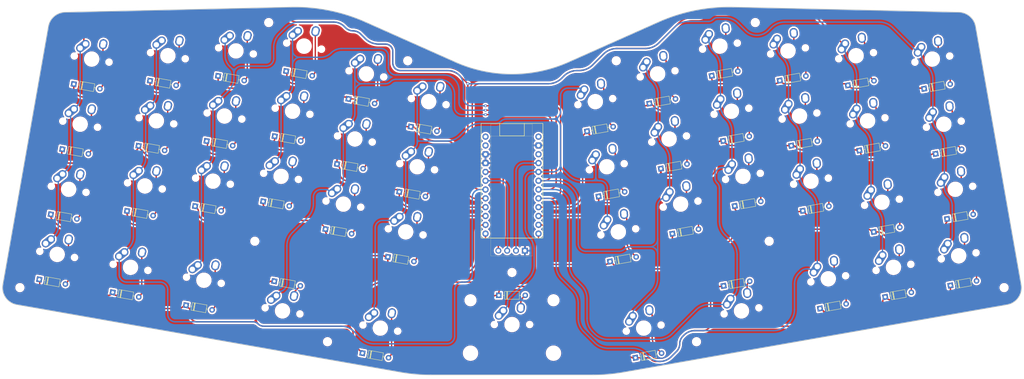
<source format=kicad_pcb>
(kicad_pcb (version 20221018) (generator pcbnew)
  (layers (0 "F.Cu" signal) (31 "B.Cu" signal) (34 "B.Paste" user) (35 "F.Paste" user) (36 "B.SilkS" user "B.Silkscreen") (37 "F.SilkS" user "F.Silkscreen") (38 "B.Mask" user) (39 "F.Mask" user) (44 "Edge.Cuts" user))
  (net 0 "")
  (net 1 "L1")
  (net 2 "Net-(D1-A)")
  (net 3 "Net-(D2-A)")
  (net 4 "Net-(D3-A)")
  (net 5 "Net-(D4-A)")
  (net 6 "Net-(D5-A)")
  (net 7 "Net-(D6-A)")
  (net 8 "L2")
  (net 9 "Net-(D7-A)")
  (net 10 "Net-(D8-A)")
  (net 11 "Net-(D9-A)")
  (net 12 "Net-(D10-A)")
  (net 13 "Net-(D11-A)")
  (net 14 "Net-(D12-A)")
  (net 15 "L3")
  (net 16 "Net-(D13-A)")
  (net 17 "Net-(D14-A)")
  (net 18 "Net-(D15-A)")
  (net 19 "Net-(D16-A)")
  (net 20 "Net-(D17-A)")
  (net 21 "Net-(D18-A)")
  (net 22 "L4")
  (net 23 "Net-(D19-A)")
  (net 24 "Net-(D20-A)")
  (net 25 "Net-(D21-A)")
  (net 26 "Net-(D23-A)")
  (net 27 "Net-(D24-A)")
  (net 28 "L5")
  (net 29 "Net-(D25-A)")
  (net 30 "Net-(D26-A)")
  (net 31 "Net-(D27-A)")
  (net 32 "Net-(D28-A)")
  (net 33 "Net-(D29-A)")
  (net 34 "Net-(D30-A)")
  (net 35 "L6")
  (net 36 "Net-(D31-A)")
  (net 37 "Net-(D32-A)")
  (net 38 "Net-(D33-A)")
  (net 39 "Net-(D34-A)")
  (net 40 "Net-(D35-A)")
  (net 41 "Net-(D36-A)")
  (net 42 "L7")
  (net 43 "Net-(D37-A)")
  (net 44 "Net-(D38-A)")
  (net 45 "Net-(D39-A)")
  (net 46 "Net-(D40-A)")
  (net 47 "Net-(D41-A)")
  (net 48 "Net-(D42-A)")
  (net 49 "L8")
  (net 50 "Net-(D43-A)")
  (net 51 "Net-(D44-A)")
  (net 52 "Net-(D45-A)")
  (net 53 "Net-(D46-A)")
  (net 54 "Net-(D47-A)")
  (net 55 "Net-(D22-A)")
  (net 56 "C1")
  (net 57 "C2")
  (net 58 "C3")
  (net 59 "C4")
  (net 60 "C5")
  (net 61 "C6")
  (net 64 "GND")
  (net 65 "VCC")
  (net 66 "SCL")
  (net 68 "SDA")
  (footprint "Diode_THT:D_DO-35_SOD27_P7.62mm_Horizontal" (layer "F.Cu") (at 310.597451 174.462304 10)
    (fp_text reference "D46" hide)
    (fp_text value "1N4148" hide)
  )
  (footprint "mx:MX-Alps-Hybrid-1U" (layer "F.Cu") (at 302.20939 104.950332 10)
    (fp_text reference "MX11" hide)
    (fp_text value "MX" hide)
  )
  (footprint "Diode_THT:D_DO-35_SOD27_P7.62mm_Horizontal" (layer "F.Cu") (at 242.737696 118.724241 10)
    (fp_text reference "D8" hide)
    (fp_text value "1N4148" hide)
  )
  (footprint "mx:MX-Alps-Hybrid-1U" (layer "F.Cu") (at 93.439618 165.922243 -10)
    (fp_text reference "MX38" hide)
    (fp_text value "MX" hide)
  )
  (footprint "MountingHole:MountingHole_2.2mm_M2" (layer "F.Cu") (at 344.797 171.7702)
    (fp_text reference "REF3" hide)
    (fp_text value "MountingHole_2.2mm_M2" hide)
  )
  (footprint "mx:MX-Alps-Hybrid-1.25U" (layer "F.Cu") (at 82.25795 105.918982 -10)
    (fp_text reference "MX1")
    (fp_text value "MX")
  )
  (footprint "mx:MX-Alps-Hybrid-2.25U" (layer "F.Cu") (at 203.2 182.4)
    (fp_text reference "MX42")
    (fp_text value "MX")
  )
  (footprint "mx:MX-Alps-Hybrid-1U" (layer "F.Cu") (at 294.199795 169.23024 10)
    (fp_text reference "MX45" hide)
    (fp_text value "MX" hide)
  )
  (footprint "Diode_THT:D_DO-35_SOD27_P7.62mm_Horizontal" (layer "F.Cu") (at 156.158071 117.401042 -10)
    (fp_text reference "D5" hide)
    (fp_text value "1N4148" hide)
  )
  (footprint "mx:MX-Alps-Hybrid-1U" (layer "F.Cu") (at 263.034216 102.186034 10)
    (fp_text reference "MX9" hide)
    (fp_text value "MX" hide)
  )
  (footprint "mx:MX-Alps-Hybrid-1U" (layer "F.Cu") (at 285.9298 122.328771 10)
    (fp_text reference "MX22" hide)
    (fp_text value "MX" hide)
  )
  (footprint "mx:MX-Alps-Hybrid-1U" (layer "F.Cu") (at 305.517388 123.71092 10)
    (fp_text reference "MX23" hide)
    (fp_text value "MX" hide)
  )
  (footprint "Diode_THT:D_DO-35_SOD27_P7.62mm_Horizontal" (layer "F.Cu") (at 321.779119 114.459044 10)
    (fp_text reference "D12" hide)
    (fp_text value "1N4148" hide)
  )
  (footprint "mx:MX-Alps-Hybrid-1.25U" (layer "F.Cu") (at 114.545279 169.64374 -10)
    (fp_text reference "MX39")
    (fp_text value "MX")
  )
  (footprint "mx:MX-Alps-Hybrid-1.25U" (layer "F.Cu") (at 324.142051 105.918982 10)
    (fp_text reference "MX12")
    (fp_text value "MX")
  )
  (footprint "mx:MX-Alps-Hybrid-1.25U" (layer "F.Cu") (at 137.169014 178.468884 -10)
    (fp_text reference "MX40")
    (fp_text value "MX")
  )
  (footprint "mx:MX-Alps-Hybrid-1U" (layer "F.Cu") (at 245.100628 110.184179 10)
    (fp_text reference "MX8" hide)
    (fp_text value "MX" hide)
  )
  (footprint "Diode_THT:D_DO-35_SOD27_P7.62mm_Horizontal" (layer "F.Cu") (at 231.420103 164.243561 10)
    (fp_text reference "D31" hide)
    (fp_text value "1N4148" hide)
  )
  (footprint "Diode_THT:D_DO-35_SOD27_P7.62mm_Horizontal" (layer "F.Cu") (at 263.979282 129.486684 10)
    (fp_text reference "D21" hide)
    (fp_text value "1N4148" hide)
  )
  (footprint "Diode_THT:D_DO-35_SOD27_P7.62mm_Horizontal" (layer "F.Cu") (at 99.049308 112.167195 -10)
    (fp_text reference "D2" hide)
    (fp_text value "1N4148" hide)
  )
  (footprint "mx:MX-Alps-Hybrid-1U" (layer "F.Cu") (at 136.74979 139.70721 -10)
    (fp_text reference "MX28" hide)
    (fp_text value "MX" hide)
  )
  (footprint "Diode_THT:D_DO-35_SOD27_P7.62mm_Horizontal" (layer "F.Cu") (at 238.727173 191.970943 10)
    (fp_text reference "D43" hide)
    (fp_text value "1N4148" hide)
  )
  (footprint "Diode_THT:D_DO-35_SOD27_P7.62mm_Horizontal" (layer "F.Cu") (at 112.0209 148.306222 -10)
    (fp_text reference "D27" hide)
    (fp_text value "1N4148" hide)
  )
  (footprint "MountingHole:MountingHole_2.2mm_M2" (layer "F.Cu") (at 233.2 106.4)
    (fp_text reference "REF1" hide)
    (fp_text value "MountingHole_2.2mm_M2" hide)
  )
  (footprint "mx:MX-Alps-Hybrid-1U" (layer "F.Cu") (at 282.621803 103.568184 10)
    (fp_text reference "MX10" hide)
    (fp_text value "MX" hide)
  )
  (footprint "mx:MX-Alps-Hybrid-1.25U" (layer "F.Cu") (at 327.450049 124.67957 10)
    (fp_text reference "MX24")
    (fp_text value "MX")
  )
  (footprint "Diode_THT:D_DO-35_SOD27_P7.62mm_Horizontal" (layer "F.Cu") (at 280.258871 112.108245 10)
    (fp_text reference "D10" hide)
    (fp_text value "1N4148" hide)
  )
  (footprint "mx:MX-Alps-Hybrid-1U" (layer "F.Cu") (at 123.778198 103.568184 -10)
    (fp_text reference "MX3" hide)
    (fp_text value "MX" hide)
  )
  (footprint "Diode_THT:D_DO-35_SOD27_P7.62mm_Horizontal" (layer "F.Cu") (at 264.089684 171.252022 10)
    (fp_text reference "D44" hide)
    (fp_text value "1N4148" hide)
  )
  (footprint "mx:MX-Alps-Hybrid-1U" (layer "F.Cu") (at 154.683377 147.705355 -10)
    (fp_text reference "MX29" hide)
    (fp_text value "MX" hide)
  )
  (footprint "Diode_THT:D_DO-35_SOD27_P7.62mm_Horizontal" (layer "F.Cu") (at 160.168593 190.647744 -10)
    (fp_text reference "D41" hide)
    (fp_text value "1N4148" hide)
  )
  (footprint "MountingHole:MountingHole_2.2mm_M2" (layer "F.Cu") (at 203.2 167.4)
    (fp_text reference "REF11" hide)
    (fp_text value "MountingHole_2.2mm_M2" hide)
  )
  (footprint "Diode_THT:D_DO-35_SOD27_P7.62mm_Horizontal" (layer "F.Cu") (at 283.566869 130.868833 10)
    (fp_text reference "D22" hide)
    (fp_text value "1N4148" hide)
  )
  (footprint "MountingHole:MountingHole_2.2mm_M2" (layer "F.Cu") (at 256.289258 187.351133)
    (fp_text reference "REF5" hide)
    (fp_text value "MountingHole_2.2mm_M2" hide)
  )
  (footprint "mx:MX-Alps-Hybrid-1U" (layer "F.Cu") (at 331.720971 162.614245 10)
    (fp_text reference "MX47" hide)
    (fp_text value "MX" hide)
  )
  (footprint "mx:MX-Alps-Hybrid-1U" (layer "F.Cu") (at 289.237799 141.089359 10)
    (fp_text reference "MX34" hide)
    (fp_text value "MX" hide)
  )
  (footprint "mx:MX-Alps-Hybrid-1U" (layer "F.Cu") (at 100.882613 123.710921 -10)
    (fp_text reference "MX14" hide)
    (fp_text value "MX" hide)
  )
  (footprint "Diode_THT:D_DO-35_SOD27_P7.62mm_Horizontal" (layer "F.Cu") (at 228.112105 145.482973 10)
    (fp_text reference "D19" hide)
    (fp_text value "1N4148" hide)
  )
  (footprint "Diode_THT:D_DO-35_SOD27_P7.62mm_Horizontal" (layer "F.Cu") (at 109.403977 176.860603 -10)
    (fp_text reference "D39" hide)
    (fp_text value "1N4148" hide)
  )
  (footprint "mx:MX-Alps-Hybrid-1U" (layer "F.Cu") (at 269.650211 139.70721 10)
    (fp_text reference "MX33" hide)
    (fp_text value "MX" hide)
  )
  (footprint "Diode_THT:D_DO-35_SOD27_P7.62mm_Horizontal" (layer "F.Cu") (at 92.433313 149.688371 -10)
    (fp_text reference "D26" hide)
    (fp_text value "1N4148" hide)
  )
  (footprint "mx:MX-Alps-Hybrid-1.25U" (layer "F.Cu") (at 165.309896 183.430881 -10)
    (fp_text reference "MX41")
    (fp_text value "MX")
  )
  (footprint "Diode_THT:D_DO-35_SOD27_P7.62mm_Horizontal" (layer "F.Cu") (at 224.804108 126.722386 10)
    (fp_text reference "D7" hide)
    (fp_text value "1N4148" hide)
  )
  (footprint "mx:MX-Alps-Hybrid-1.25U" (layer "F.Cu") (at 75.641954 143.440158 -10)
    (fp_text reference "MX25")
    (fp_text value "MX")
  )
  (footprint "mx:MX-Alps-Hybrid-1U" (layer "F.Cu") (at 266.342213 120.946622 10)
    (fp_text reference "MX21" hide)
    (fp_text value "MX" hide)
  )
  (footprint "mx:MX-Alps-Hybrid-1.25U" (layer "F.Cu") (at 330.758046 143.440158 10)
    (fp_text reference "MX36")
    (fp_text value "MX")
  )
  (footprint "Diode_THT:D_DO-35_SOD27_P7.62mm_Horizontal" (layer "F.Cu") (at 246.045694 137.484829 10)
    (fp_text reference "D20" hide)
    (fp_text value "1N4148" hide)
  )
  (footprint "mx:MX-Alps-Hybrid-1U" (layer "F.Cu") (at 230.475037 136.942912 10)
    (fp_text reference "MX19" hide)
    (fp_text value "MX" hide)
  )
  (footprint "mx:MX-Alps-Hybrid-1U" (layer "F.Cu") (at 251.716623 147.705354 10)
    (fp_text reference "MX32" hide)
    (fp_text value "MX" hide)
  )
  (footprint "Diode_THT:D_DO-35_SOD27_P7.62mm_Horizontal" (layer "F.Cu") (at 329.358039 171.154307 10)
    (fp_text reference "D47" hide)
    (fp_text value "1N4148" hide)
  )
  (footprint "Diode_THT:D_DO-35_SOD27_P7.62mm_Horizontal" (layer "F.Cu") (at 249.353691 156.245416 10)
    (fp_text reference "D32" hide)
    (fp_text value "1N4148" hide)
  )
  (footprint "Diode_THT:D_DO-35_SOD27_P7.62mm_Horizontal" (layer "F.Cu") (at 170.783661 144.159774 -10)
    (fp_text reference "D18" hide)
    (fp_text value "1N4148" hide)
  )
  (footprint "mx:MX-Alps-Hybrid-1U" (layer "F.Cu") (at 117.162202 141.089359 -10)
    (fp_text reference "MX27" hide)
    (fp_text value "MX" hide)
  )
  (footprint "Diode_THT:D_DO-35_SOD27_P7.62mm_Horizontal" (layer "F.Cu") (at 267.28728 148.247272 10)
    (fp_text reference "D33" hide)
    (fp_text value "1N4148" hide)
  )
  (footprint "MountingHole:MountingHole_2.2mm_M2" (layer "F.Cu") (at 150.110742 187.351133)
    (fp_text reference "REF6" hide)
    (fp_text value "MountingHole_2.2mm_M2" hide)
  )
  (footprint "Diode_THT:D_DO-35_SOD27_P7.62mm_Horizontal" (layer "F.Cu") (at 303.154456 132.250982 10)
    (fp_text reference "D23" hide)
    (fp_text value "1N4148" hide)
  )
  (footprint "mx:MX-Alps-Hybrid-1U" (layer "F.Cu") (at 140.057787 120.946622 -10)
    (fp_text reference "MX16" hide)
    (fp_text value "MX" hide)
  )
  (footprint "mx:MX-Alps-Hybrid-1U" (layer "F.Cu") (at 227.167039 118.182324 10)
    (fp_text reference "MX7" hide)
    (fp_text value "MX" hide)
  )
  (footprint "mx:MX-Alps-Hybrid-1U" (layer "F.Cu") (at 233.783035 155.703499 10)
    (fp_text reference "MX31" hide)
    (fp_text value "MX" hide)
  )
  (footprint "Diode_THT:D_DO-35_SOD27_P7.62mm_Horizontal" (layer "F.Cu") (at 138.224483 109.402897 -10)
    (fp_text reference "D4" hide)
    (fp_text value "1N4148" hide)
  )
  (footprint "mx:MX-Alps-Hybrid-1U" (layer "F.Cu") (at 175.924964 136.942912 -10)
    (fp_text reference "MX18" hide)
    (fp_text value "MX" hide)
  )
  (footprint "MountingHole:MountingHole_2.2mm_M2" (layer "F.Cu") (at 277.2 158.4)
    (fp_text reference "REF4" hide)
    (fp_text value "MountingHole_2.2mm_M2" hide)
  )
  (footprint "mx:MX-Alps-Hybrid-1.25U" (layer "F.Cu") (at 78.949952 124.67957 -10)
    (fp_text reference "MX13")
    (fp_text value "MX")
  )
  (footprint "Diode_THT:D_DO-35_SOD27_P7.62mm_Horizontal" (layer "F.Cu") (at 118.636896 110.785046 -10)
    (fp_text reference "D3" hide)
    (fp_text value "1N4148" hide)
  )
  (footprint "MountingHole:MountingHole_2.2mm_M2" (layer "F.Cu") (at 133.2 95.4)
    (fp_text reference "REF9" hide)
    (fp_text value "MountingHole_2.2mm_M2" hide)
  )
  (footprint "Diode_THT:D_DO-35_SOD27_P7.62mm_Horizontal" (layer "F.Cu") (at 67.192654 169.417608 -10)
    (fp_text reference "D37" hide)
    (fp_text value "1N4148" hide)
  )
  (footprint "mx:MX-Alps-Hybrid-1U" (layer "F.Cu") (at 309.652385 147.161655 10)
    (fp_text reference "MX35" hide)
    (fp_text value "MX" hide)
  )
  (footprint "Diode_THT:D_DO-35_SOD27_P7.62mm_Horizontal" (layer "F.Cu") (at 88.298316 173.139105 -10)
    (fp_text reference "D38" hide)
    (fp_text value "1N4148" hide)
  )
  (footprint "Diode_THT:D_DO-35_SOD27_P7.62mm_Horizontal" (layer "F.Cu") (at 115.328898 129.545634 -10)
    (fp_text reference "D15" hide)
    (fp_text value "1N4148" hide)
  )
  (footprint "mx:MX-Alps-Hybrid-1.25U" (layer "F.Cu") (at 72.333957 162.200745 -10)
    (fp_text reference "MX37")
    (fp_text value "MX")
  )
  (footprint "Diode_THT:D_DO-35_SOD27_P7.62mm_Horizontal" (layer "F.Cu") (at 199.39 173.99)
    (fp_text reference "D42" hide)
    (fp_text value "1N4148" hide)
  )
  (footprint "Diode_THT:D_DO-35_SOD27_P7.62mm_Horizontal" (layer "F.Cu") (at 152.850073 136.16163 -10)
    (fp_text reference "D17" hide)
    (fp_text value "1N4148" hide)
  )
  (footprint "mx:MX-Alps-Hybrid-1U" (layer "F.Cu") (at 120.4702 122.328771 -10)
    (fp_text reference "MX15" hide)
    (fp_text value "MX" hide)
  )
  (footprint "Diode_THT:D_DO-35_SOD27_P7.62mm_Horizontal" (layer "F.Cu") (at 328.395115 151.980219 10)
    (fp_text reference "D36" hide)
    (fp_text value "1N4148" hide)
  )
  (footprint "mx:MX-Alps-Hybrid-1U" (layer "F.Cu") (at 104.190611 104.950333 -10)
    (fp_text reference "MX2" hide)
    (fp_text value "MX" hide)
  )
  (footprint "mx:MX-Alps-Hybrid-1.25U" (layer "F.Cu") (at 241.090105 183.430881 10)
    (fp_text reference "MX43")
    (fp_text value "MX")
  )
  (footprint "Diode_THT:D_DO-35_SOD27_P7.62mm_Horizontal" (layer "F.Cu") (at 95.741311 130.927783 -10)
    (fp_text reference "D14" hide)
    (fp_text value "1N4148" hide)
  )
  (footprint "Diode_THT:D_DO-35_SOD27_P7.62mm_Horizontal" (layer "F.Cu") (at 307.289453 155.701717 10)
    (fp_text reference "D35" hide)
    (fp_text value "1N4148" hide)
  )
  (footprint "Diode_THT:D_DO-35_SOD27_P7.62mm_Horizontal" (layer "F.Cu") (at 260.671284 110.726096 10)
    (fp_text reference "D9" hide)
    (fp_text value "1N4148" hide)
  )
  (footprint "Diode_THT:D_DO-35_SOD27_P7.62mm_Horizontal" (layer "F.Cu") (at 70.500652 150.65702 -10)
    (fp_text reference "D25" hide)
    (fp_text value "1N4148" hide)
  )
  (footprint "Diode_THT:D_DO-35_SOD27_P7.62mm_Horizontal" (layer "F.Cu") (at 134.806083 169.928823 -10)
    (fp_text reference "D40" hide)
    (fp_text value "1N4148" hide)
  )
  (footprint "Diode_THT:D_DO-35_SOD27_P7.62mm_Horizontal" (layer "F.Cu") (at 325.087117 133.219632 10)
    (fp_text reference "D24" hide)
    (fp_text value "1N4148" hide)
  )
  (footprint "PCM_marbastlib-xp-promicroish:ProMicro_USBup" (layer "F.Cu") (at 203.2 142.24)
    (fp_text reference "U1" hide)
    (fp_text value "ProMicro" hide)
  )
  (footprint "Diode_THT:D_DO-35_SOD27_P7.62mm_Horizontal" (layer "F.Cu") (at 73.80865 131.896433 -10)
    (fp_text reference "D13" hide)
    (fp_text value "1N4148" hide)
  )
  (footprint "MountingHole:MountingHole_2.2mm_M2" (layer "F.Cu") (at 173.2 106.4)
    (fp_text reference "REF10" hide)
    (fp_text value "MountingHole_2.2mm_M2" hide)
  )
  (footprint "Diode_THT:D_DO-35_SOD27_P7.62mm_Horizontal" (layer "F.Cu") (at 299.846458 113.490394 10)
    (fp_text reference "D11" hide)
    (fp_text value "1N4148" hide)
  )
  (footprint "mx:MX-Alps-Hybrid-1U" (layer "F.Cu") (at 157.991376 128.944767 -10)
    (fp_text reference "MX17" hide)
    (fp_text value "MX" hide)
  )
  (footprint "mx:MX-Alps-Hybrid-1.25U" (layer "F.Cu") (at 269.230986 178.468884 10)
    (fp_text reference "MX44")
    (fp_text value "MX")
  )
  (footprint "Diode_THT:D_DO-35_SOD27_P7.62mm_Horizontal" (layer "F.Cu") (at 291.836863 177.770302 10)
    (fp_text reference "D45" hide)
    (fp_text value "1N4148" hide)
  )
  (footprint "Diode_THT:D_DO-35_SOD27_P7.62mm_Horizontal" (layer "F.Cu") (at 131.608487 146.924073 -10)
    (fp_text reference "D28" hide)
    (fp_text value "1N4148" hide)
  )
  (footprint "mx:MX-Alps-Hybrid-1U" (layer "F.Cu") (at 312.960383 165.922243 10)
    (fp_text reference "MX46" hide)
    (fp_text value "MX" hide)
  )
  (footprint "Diode_THT:D_DO-35_SOD27_P7.62mm_Horizontal" (layer "F.Cu") (at 167.475664 162.920362 -10)
    (fp_text reference "D30" hide)
    (fp_text value "1N4148" hide)
  )
  (footprint "MountingHole:MountingHole_2.2mm_M2" (layer "F.Cu") (at 273.2 95.4)
    (fp_text reference "REF2" hide)
    (fp_text value "MountingHole_2.2mm_M2" hide)
  )
  (footprint "mx:MX-Alps-Hybrid-1U" (layer "F.Cu") (at 161.299373 110.184179 -10)
    (fp_text reference "MX5" hide)
    (fp_text value "MX" hide)
  )
  (footprint "Diode_THT:D_DO-35_SOD27_P7.62mm_Horizontal" (layer "F.Cu") (at 174.091659 125.399187 -10)
    (fp_text reference "D6" hide)
    (fp_text value "1N4148" hide)
  )
  (footprint "Diode_THT:D_DO-35_SOD27_P7.62mm_Horizontal" (layer "F.Cu") (at 77.116648 113.135845 -10)
    (fp_text reference "D1" hide)
    (fp_text value "1N4148" hide)
  )
  (footprint "Diode_THT:D_DO-35_SOD27_P7.62mm_Horizontal" (layer "F.Cu") (at 149.542075 154.922217 -10)
    (fp_text reference "D29" hide)
    (fp_text value "1N4148" hide)
  )
  (footprint "mx:MX-Alps-Hybrid-1U" (layer "F.Cu") (at 248.408625 128.944767 10)
    (fp_text reference "MX20" hide)
    (fp_text value "MX" hide)
  )
  (footprint "mx:MX-Alps-Hybrid-1U" (layer "F.Cu") (at 143.365785 102.186034 -10)
    (fp_text reference "MX4" hide)
    (fp_text value "MX" hide)
  )
  (footprint "MountingHole:MountingHole_2.2mm_M2" (layer "F.Cu") (at 129.2 158.4)
    (fp_text reference "REF7" hide)
    (fp_text value "MountingHole_2.2mm_M2" hide)
  )
  (footprint "Diode_THT:D_DO-35_SOD27_P7.62mm_Horizontal" (layer "F.Cu") (at 134.916485 128.163485 -10)
    (fp_text reference "D16" hide)
    (fp_text value "1N4148" hide)
  )
  (footprint "MountingHole:MountingHole_2.2mm_M2" (layer "F.Cu") (at 61.603 171.7702)
    (fp_text reference "REF8" hide)
    (fp_text value "MountingHole_2.2mm_M2" hide)
  )
  (footprint "Diode_THT:D_DO-35_SOD27_P7.62mm_Horizontal" (layer "F.Cu") (at 286.874867 149.629421 10)
    (fp_text reference "D34" hide)
    (fp_text value "1N4148" hide)
  )
  (footprint "mx:MX-Alps-Hybrid-1U" (layer "F.Cu") (at 97.574615 142.471508 -10)
    (fp_text reference "MX26" hide)
    (fp_text value "MX" hide)
  )
  (footprint "mx:MX-Alps-Hybrid-1U" (layer "F.Cu") (at 172.616966 155.703499 -10)
    (fp_text reference "MX30" hide)
    (fp_text value "MX" hide)
  )
  (footprint "oled:SSD1306-0.91-OLED-4pin-128x32" (layer "F.Cu") (at 209.085 124.625 -90)
    (fp_text reference "J1" hide)
    (fp_text value "Screw_Terminal_01x04" hide)
  )
  (footprint "mx:MX-Alps-Hybrid-1U" (layer "F.Cu") (at 179.232961 118.182324 -10)
    (fp_text reference "MX6" hide)
    (fp_text value "MX" hide)
  )
  (gr_arc (start 219.492578 106.767698) (mid 203.2 110.236179) (end 186.907422 106.767698) (stroke (width 0.2)) (layer "Edge.Cuts"))
  (gr_line (start 336.610107 96.545941) (end 349.72108 170.901967) (stroke (width 0.2)) (layer "Edge.Cuts"))
  (gr_line (start 235.238957 196.165388) (end 345.665282 176.694247) (stroke (width 0.2)) (layer "Edge.Cuts"))
  (gr_arc (start 235.238957 196.165388) (mid 230.914335 196.734739) (end 226.556548 196.925) (stroke (width 0.2)) (layer "Edge.Cuts"))
  (gr_arc (start 139.578356 90.929644) (mid 150.572735 91.896674) (end 161.087111 95.252178) (stroke (width 0.2)) (layer "Edge.Cuts"))
  (gr_line (start 74.599629 92.415488) (end 139.578356 90.929644) (stroke (width 0.2)) (layer "Edge.Cuts"))
  (gr_line (start 331.800371 92.415488) (end 266.821644 90.929644) (stroke (width 0.2)) (layer "Edge.Cuts"))
  (gr_arc (start 245.312889 95.252178) (mid 255.827265 91.896677) (end 266.821644 90.929644) (stroke (width 0.2)) (layer "Edge.Cuts"))
  (gr_arc (start 331.800371 92.415488) (mid 334.943602 93.620935) (end 336.610107 96.545941) (stroke (width 0.2)) (layer "Edge.Cuts"))
  (gr_line (start 161.087111 95.252178) (end 186.907422 106.767698) (stroke (width 0.2)) (layer "Edge.Cuts"))
  (gr_arc (start 69.789893 96.545941) (mid 71.456421 93.620949) (end 74.599629 92.415488) (stroke (width 0.2)) (layer "Edge.Cuts"))
  (gr_line (start 171.161043 196.165388) (end 60.734718 176.694247) (stroke (width 0.2)) (layer "Edge.Cuts"))
  (gr_line (start 245.312889 95.252178) (end 219.492578 106.767698) (stroke (width 0.2)) (layer "Edge.Cuts"))
  (gr_line (start 179.843452 196.925) (end 226.556548 196.925) (stroke (width 0.2)) (layer "Edge.Cuts"))
  (gr_arc (start 60.734718 176.694247) (mid 57.507198 174.638091) (end 56.67892 170.901967) (stroke (width 0.2)) (layer "Edge.Cuts"))
  (gr_arc (start 179.843452 196.925) (mid 175.485665 196.734735) (end 171.161043 196.165388) (stroke (width 0.2)) (layer "Edge.Cuts"))
  (gr_arc (start 349.72108 170.901967) (mid 348.892799 174.638095) (end 345.665282 176.694247) (stroke (width 0.2)) (layer "Edge.Cuts"))
  (gr_line (start 69.789893 96.545941) (end 56.67892 170.901967) (stroke (width 0.2)) (layer "Edge.Cuts"))
  (segment (start 151.453792 114.623792) (end 152.988692 116.158692) (width 0.4) (layer "F.Cu") (net 1))
  (segment (start 138.43 110.861974) (end 138.43 109.22) (width 0.4) (layer "F.Cu") (net 1))
  (segment (start 184.521974 129.54) (end 181.323963 129.54) (width 0.4) (layer "F.Cu") (net 1))
  (segment (start 77.116648 114.176246) (end 77.116648 113.135845) (width 0.4) (layer "F.Cu") (net 1))
  (segment (start 166.656036 121.92) (end 164.813963 121.92) (width 0.4) (layer "F.Cu") (net 1))
  (segment (start 118.636896 112.178792) (end 118.636896 110.785046) (width 0.4) (layer "F.Cu") (net 1))
  (segment (start 104.511974 115.57) (end 101.228025 115.57) (width 0.4) (layer "F.Cu") (net 1))
  (segment (start 137.16 113.03) (end 137.795 112.395) (width 0.4) (layer "F.Cu") (net 1))
  (segment (start 94.723948 116.84) (end 79.887883 116.84) (width 0.4) (layer "F.Cu") (net 1))
  (segment (start 118.636896 112.395) (end 118.636896 112.178792) (width 0.4) (layer "F.Cu") (net 1))
  (segment (start 186.69 131.708025) (end 186.69 146.421974) (width 0.4) (layer "F.Cu") (net 1))
  (segment (start 173.672895 125.399187) (end 173.240423 125.399187) (width 0.4) (layer "F.Cu") (net 1))
  (segment (start 99.695 114.935) (end 99.065346 114.305346) (width 0.4) (layer "F.Cu") (net 1))
  (segment (start 97.79 115.57) (end 99.054654 114.305346) (width 0.4) (layer "F.Cu") (net 1))
  (segment (start 175.225297 125.695297) (end 177.476207 127.946207) (width 0.4) (layer "F.Cu") (net 1))
  (segment (start 134.093948 114.3) (end 122.073479 114.3) (width 0.4) (layer "F.Cu") (net 1))
  (segment (start 174.510423 125.399187) (end 173.672895 125.399187) (width 0.4) (layer "F.Cu") (net 1))
  (segment (start 171.787272 124.797272) (end 170.503792 123.513792) (width 0.4) (layer "F.Cu") (net 1))
  (segment (start 156.554787 117.401042) (end 157.099556 117.401042) (width 0.4) (layer "F.Cu") (net 1))
  (segment (start 160.966207 120.326207) (end 158.706772 118.066772) (width 0.4) (layer "F.Cu") (net 1))
  (segment (start 155.200312 116.84) (end 154.633514 116.84) (width 0.4) (layer "F.Cu") (net 1))
  (segment (start 99.054654 114.294654) (end 99.065346 114.305346) (width 0.4) (layer "F.Cu") (net 1))
  (segment (start 140.598025 113.03) (end 147.606036 113.03) (width 0.4) (layer "F.Cu") (net 1))
  (segment (start 118.560454 112.579545) (end 115.893792 115.246207) (width 0.4) (layer "F.Cu") (net 1))
  (segment (start 107.578025 116.84) (end 112.046036 116.84) (width 0.4) (layer "F.Cu") (net 1))
  (segment (start 188.858025 148.59) (end 195.58 148.59) (width 0.4) (layer "F.Cu") (net 1))
  (segment (start 118.713337 112.363337) (end 119.643448 113.293448) (width 0.4) (layer "F.Cu") (net 1))
  (segment (start 99.049308 114.281747) (end 99.049308 112.167195) (width 0.4) (layer "F.Cu") (net 1))
  (segment (start 77.852322 115.952322) (end 77.928324 116.028324) (width 0.4) (layer "F.Cu") (net 1))
  (arc (start 97.79 115.57) (mid 96.383283 116.509937) (end 94.723948 116.84) (width 0.4) (layer "F.Cu") (net 1))
  (arc (start 118.636896 112.395) (mid 118.617029 112.494875) (end 118.560454 112.579545) (width 0.4) (layer "F.Cu") (net 1))
  (arc (start 77.928324 116.028324) (mid 78.827377 116.629052) (end 79.887883 116.84) (width 0.4) (layer "F.Cu") (net 1))
  (arc (start 106.045 116.205) (mid 106.748357 116.674968) (end 107.578025 116.84) (width 0.4) (layer "F.Cu") (net 1))
  (arc (start 186.055 130.175) (mid 185.351641 129.705031) (end 184.521974 129.54) (width 0.4) (layer "F.Cu") (net 1))
  (arc (start 170.503792 123.513792) (mid 168.738426 122.334213) (end 166.656036 121.92) (width 0.4) (layer "F.Cu") (net 1))
  (arc (start 151.453792 114.623792) (mid 149.688426 113.444213) (end 147.606036 113.03) (width 0.4) (layer "F.Cu") (net 1))
  (arc (start 175.225297 125.695297) (mid 174.89731 125.476143) (end 174.510423 125.399187) (width 0.4) (layer "F.Cu") (net 1))
  (arc (start 118.636896 112.178792) (mid 118.656762 112.278667) (end 118.713337 112.363337) (width 0.4) (layer "F.Cu") (net 1))
  (arc (start 99.695 114.935) (mid 100.398357 115.404968) (end 101.228025 115.57) (width 0.4) (layer "F.Cu") (net 1))
  (arc (start 186.055 130.175) (mid 186.524968 130.878357) (end 186.69 131.708025) (width 0.4) (layer "F.Cu") (net 1))
  (arc (start 152.988692 116.158692) (mid 153.743342 116.662933) (end 154.633514 116.84) (width 0.4) (layer "F.Cu") (net 1))
  (arc (start 186.69 146.421974) (mid 186.855031 147.251641) (end 187.325 147.955) (width 0.4) (layer "F.Cu") (net 1))
  (arc (start 177.476207 127.946207) (mid 179.241572 129.125786) (end 181.323963 129.54) (width 0.4) (layer "F.Cu") (net 1))
  (arc (start 187.325 147.955) (mid 188.028357 148.424968) (end 188.858025 148.59) (width 0.4) (layer "F.Cu") (net 1))
  (arc (start 115.893792 115.246207) (mid 114.128426 116.425786) (end 112.046036 116.84) (width 0.4) (layer "F.Cu") (net 1))
  (arc (start 155.87755 117.120521) (mid 155.56683 116.912905) (end 155.200312 116.84) (width 0.4) (layer "F.Cu") (net 1))
  (arc (start 99.049308 114.281747) (mid 99.050697 114.288732) (end 99.054654 114.294654) (width 0.4) (layer "F.Cu") (net 1))
  (arc (start 139.065 112.395) (mid 139.768357 112.864968) (end 140.598025 113.03) (width 0.4) (layer "F.Cu") (net 1))
  (arc (start 118.713337 112.363337) (mid 118.664538 112.35363) (end 118.636896 112.395) (width 0.4) (layer "F.Cu") (net 1))
  (arc (start 99.054654 114.305346) (mid 99.056868 114.3) (end 99.054654 114.294654) (width 0.4) (layer "F.Cu") (net 1))
  (arc (start 139.065 112.395) (mid 138.43 112.131974) (end 137.795 112.395) (width 0.4) (layer "F.Cu") (net 1))
  (arc (start 160.966207 120.326207) (mid 162.731572 121.505786) (end 164.813963 121.92) (width 0.4) (layer "F.Cu") (net 1))
  (arc (start 171.787272 124.797272) (mid 172.453983 125.242754) (end 173.240423 125.399187) (width 0.4) (layer "F.Cu") (net 1))
  (arc (start 77.116648 114.176246) (mid 77.307843 115.137451) (end 77.852322 115.952322) (width 0.4) (layer "F.Cu") (net 1))
  (arc (start 137.795 112.395) (mid 138.264968 111.691641) (end 138.43 110.861974) (width 0.4) (layer "F.Cu") (net 1))
  (arc (start 138.43 110.861974) (mid 138.595031 111.691641) (end 139.065 112.395) (width 0.4) (layer "F.Cu") (net 1))
  (arc (start 99.065346 114.305346) (mid 99.06 114.303131) (end 99.054654 114.305346) (width 0.4) (layer "F.Cu") (net 1))
  (arc (start 106.045 116.205) (mid 105.341641 115.735031) (end 104.511974 115.57) (width 0.4) (layer "F.Cu") (net 1))
  (arc (start 158.706772 118.066772) (mid 157.969375 117.574059) (end 157.099556 117.401042) (width 0.4) (layer "F.Cu") (net 1))
  (arc (start 119.643448 113.293448) (mid 120.758355 114.038405) (end 122.073479 114.3) (width 0.4) (layer "F.Cu") (net 1))
  (arc (start 155.87755 117.120521) (mid 156.188269 117.328136) (end 156.554787 117.401042) (width 0.4) (layer "F.Cu") (net 1))
  (arc (start 137.16 113.03) (mid 135.753283 113.969937) (end 134.093948 114.3) (width 0.4) (layer "F.Cu") (net 1))
  (segment (start 85.061134 114.018792) (end 84.620883 114.459044) (width 0.4) (layer "F.Cu") (net 2))
  (segment (start 85.501386 112.955931) (end 85.501386 101.921468) (width 0.4) (layer "F.Cu") (net 2))
  (arc (start 85.501386 112.955931) (mid 85.386968 113.531147) (end 85.061134 114.018792) (width 0.4) (layer "F.Cu") (net 2))
  (segment (start 106.993795 113.050142) (end 106.553543 113.490394) (width 0.4) (layer "F.Cu") (net 3))
  (segment (start 107.434047 111.987279) (end 107.434047 100.952819) (width 0.4) (layer "F.Cu") (net 3))
  (arc (start 107.434047 111.987279) (mid 107.319629 112.562496) (end 106.993795 113.050142) (width 0.4) (layer "F.Cu") (net 3))
  (segment (start 127.021634 110.605132) (end 127.021634 99.57067) (width 0.4) (layer "F.Cu") (net 4))
  (segment (start 126.581382 111.667993) (end 126.141131 112.108245) (width 0.4) (layer "F.Cu") (net 4))
  (arc (start 127.021634 110.605132) (mid 126.907216 111.180348) (end 126.581382 111.667993) (width 0.4) (layer "F.Cu") (net 4))
  (segment (start 146.168969 110.285844) (end 145.728718 110.726096) (width 0.4) (layer "F.Cu") (net 5))
  (segment (start 146.609221 109.222983) (end 146.609221 98.18852) (width 0.4) (layer "F.Cu") (net 5))
  (arc (start 146.609221 109.222983) (mid 146.494803 109.798199) (end 146.168969 110.285844) (width 0.4) (layer "F.Cu") (net 5))
  (segment (start 164.542809 117.221128) (end 164.542809 106.186665) (width 0.4) (layer "F.Cu") (net 6))
  (segment (start 164.102557 118.283989) (end 163.662306 118.724241) (width 0.4) (layer "F.Cu") (net 6))
  (arc (start 164.542809 117.221128) (mid 164.428391 117.796344) (end 164.102557 118.283989) (width 0.4) (layer "F.Cu") (net 6))
  (segment (start 182.036145 126.282134) (end 181.595894 126.722386) (width 0.4) (layer "F.Cu") (net 7))
  (segment (start 182.476397 125.219273) (end 182.476397 114.18481) (width 0.4) (layer "F.Cu") (net 7))
  (arc (start 182.476397 125.219273) (mid 182.361979 125.794489) (end 182.036145 126.282134) (width 0.4) (layer "F.Cu") (net 7))
  (segment (start 152.850073 134.980851) (end 152.850073 136.16163) (width 0.4) (layer "F.Cu") (net 8))
  (segment (start 133.349999 132.079999) (end 134.170987 131.259012) (width 0.4) (layer "F.Cu") (net 8))
  (segment (start 171.75183 147.62183) (end 171.665383 147.535383) (width 0.4) (layer "F.Cu") (net 8))
  (segment (start 168.166051 143.51) (end 170.156943 143.51) (width 0.4) (layer "F.Cu") (net 8))
  (segment (start 97.466207 133.026207) (end 95.741311 131.301311) (width 0.4) (layer "F.Cu") (net 8))
  (segment (start 135.255 131.445) (end 135.069012 131.259012) (width 0.4) (layer "F.Cu") (net 8))
  (segment (start 170.196303 143.572416) (end 170.48183 143.857943) (width 0.4) (layer "F.Cu") (net 8))
  (segment (start 93.033792 134.296207) (end 95.507645 131.822354) (width 0.4) (layer "F.Cu") (net 8))
  (segment (start 134.62 129.749646) (end 134.62 130.175) (width 0.4) (layer "F.Cu") (net 8))
  (segment (start 155.838025 140.97) (end 162.033948 140.97) (width 0.4) (layer "F.Cu") (net 8))
  (segment (start 174.089198 148.59) (end 177.273948 148.59) (width 0.4) (layer "F.Cu") (net 8))
  (segment (start 114.935 132.715) (end 114.3 133.35) (width 0.4) (layer "F.Cu") (net 8))
  (segment (start 183.406051 151.13) (end 195.58 151.13) (width 0.4) (layer "F.Cu") (net 8))
  (segment (start 136.788025 132.08) (end 149.913724 132.08) (width 0.4) (layer "F.Cu") (net 8))
  (segment (start 101.313963 134.62) (end 111.233948 134.62) (width 0.4) (layer "F.Cu") (net 8))
  (segment (start 170.783661 144.586626) (end 170.783661 145.406717) (width 0.4) (layer "F.Cu") (net 8))
  (segment (start 95.741311 131.258236) (end 95.741311 130.927783) (width 0.4) (layer "F.Cu") (net 8))
  (segment (start 115.57 131.181974) (end 115.57 129.54) (width 0.4) (layer "F.Cu") (net 8))
  (segment (start 75.828025 135.89) (end 89.186036 135.89) (width 0.4) (layer "F.Cu") (net 8))
  (segment (start 152.015136 132.965136) (end 151.990036 132.940036) (width 0.4) (layer "F.Cu") (net 8))
  (segment (start 153.260036 136.750036) (end 152.850073 136.340073) (width 0.4) (layer "F.Cu") (net 8))
  (segment (start 130.283948 133.35) (end 117.738025 133.35) (width 0.4) (layer "F.Cu") (net 8))
  (segment (start 134.916485 129.033868) (end 134.916485 128.163485) (width 0.4) (layer "F.Cu") (net 8))
  (segment (start 153.67 138.801974) (end 153.67 137.739775) (width 0.4) (layer "F.Cu") (net 8))
  (segment (start 73.66 133.721974) (end 73.66 132.08) (width 0.4) (layer "F.Cu") (net 8))
  (arc (start 165.1 142.24) (mid 163.693283 141.300062) (end 162.033948 140.97) (width 0.4) (layer "F.Cu") (net 8))
  (arc (start 170.18 143.533056) (mid 170.184237 143.554357) (end 170.196303 143.572416) (width 0.4) (layer "F.Cu") (net 8))
  (arc (start 114.935 132.715) (mid 115.404968 132.011641) (end 115.57 131.181974) (width 0.4) (layer "F.Cu") (net 8))
  (arc (start 153.260036 136.750036) (mid 153.563453 137.204132) (end 153.67 137.739775) (width 0.4) (layer "F.Cu") (net 8))
  (arc (start 116.205 132.715) (mid 115.57 132.451974) (end 114.935 132.715) (width 0.4) (layer "F.Cu") (net 8))
  (arc (start 170.783661 145.406717) (mid 171.012813 146.558742) (end 171.665383 147.535383) (width 0.4) (layer "F.Cu") (net 8))
  (arc (start 134.768242 129.391757) (mid 134.658526 129.555958) (end 134.62 129.749646) (width 0.4) (layer "F.Cu") (net 8))
  (arc (start 170.18 143.533056) (mid 170.173246 143.516752) (end 170.156943 143.51) (width 0.4) (layer "F.Cu") (net 8))
  (arc (start 180.34 149.86) (mid 181.746716 150.799937) (end 183.406051 151.13) (width 0.4) (layer "F.Cu") (net 8))
  (arc (start 135.255 131.445) (mid 135.958357 131.914968) (end 136.788025 132.08) (width 0.4) (layer "F.Cu") (net 8))
  (arc (start 153.67 138.801974) (mid 153.835031 139.631641) (end 154.305 140.335) (width 0.4) (layer "F.Cu") (net 8))
  (arc (start 116.205 132.715) (mid 116.908357 133.184968) (end 117.738025 133.35) (width 0.4) (layer "F.Cu") (net 8))
  (arc (start 134.916485 129.033868) (mid 134.877957 129.227556) (end 134.768242 129.391757) (width 0.4) (layer "F.Cu") (net 8))
  (arc (start 133.349999 132.079999) (mid 131.943283 133.019937) (end 130.283948 133.35) (width 0.4) (layer "F.Cu") (net 8))
  (arc (start 152.015136 132.965136) (mid 152.633079 133.889954) (end 152.850073 134.980851) (width 0.4) (layer "F.Cu") (net 8))
  (arc (start 95.741311 131.258236) (mid 95.680583 131.563534) (end 95.507645 131.822354) (width 0.4) (layer "F.Cu") (net 8))
  (arc (start 93.033792 134.296207) (mid 91.268426 135.475786) (end 89.186036 135.89) (width 0.4) (layer "F.Cu") (net 8))
  (arc (start 134.170987 131.259012) (mid 134.503305 130.761663) (end 134.62 130.175) (width 0.4) (layer "F.Cu") (net 8))
  (arc (start 114.3 133.35) (mid 112.893283 134.289937) (end 111.233948 134.62) (width 0.4) (layer "F.Cu") (net 8))
  (arc (start 151.990036 132.940036) (mid 151.037416 132.303516) (end 149.913724 132.08) (width 0.4) (layer "F.Cu") (net 8))
  (arc (start 134.62 130.175) (mid 134.736694 130.761663) (end 135.069012 131.259012) (width 0.4) (layer "F.Cu") (net 8))
  (arc (start 170.48183 143.857943) (mid 170.705217 144.192265) (end 170.783661 144.586626) (width 0.4) (layer "F.Cu") (net 8))
  (arc (start 135.069012 131.259012) (mid 134.619999 131.073025) (end 134.170987 131.259012) (width 0.4) (layer "F.Cu") (net 8))
  (arc (start 115.57 131.181974) (mid 115.735031 132.011641) (end 116.205 132.715) (width 0.4) (layer "F.Cu") (net 8))
  (arc (start 74.295 135.255) (mid 74.998357 135.724968) (end 75.828025 135.89) (width 0.4) (layer "F.Cu") (net 8))
  (arc (start 73.66 133.721974) (mid 73.825031 134.551641) (end 74.295 135.255) (width 0.4) (layer "F.Cu") (net 8))
  (arc (start 97.466207 133.026207) (mid 99.231572 134.205786) (end 101.313963 134.62) (width 0.4) (layer "F.Cu") (net 8))
  (arc (start 180.34 149.86) (mid 178.933283 148.920062) (end 177.273948 148.59) (width 0.4) (layer "F.Cu") (net 8))
  (arc (start 154.305 140.335) (mid 155.008357 140.804968) (end 155.838025 140.97) (width 0.4) (layer "F.Cu") (net 8))
  (arc (start 171.75183 147.62183) (mid 172.824223 148.33838) (end 174.089198 148.59) (width 0.4) (layer "F.Cu") (net 8))
  (arc (start 165.1 142.24) (mid 166.506716 143.179937) (end 168.166051 143.51) (width 0.4) (layer "F.Cu") (net 8))
  (segment (start 229.610939 114.619598) (end 229.610939 120.79443) (width 0.4) (layer "F.Cu") (net 9))
  (segment (start 229.22929 113.698217) (end 228.847642 113.316569) (width 0.4) (layer "F.Cu") (net 9))
  (segment (start 230.959641 124.050485) (end 232.308343 125.399187) (width 0.4) (layer "F.Cu") (net 9))
  (arc (start 229.610939 120.79443) (mid 229.961455 122.556594) (end 230.959641 124.050485) (width 0.4) (layer "F.Cu") (net 9))
  (arc (start 229.22929 113.698217) (mid 229.511751 114.12095) (end 229.610939 114.619598) (width 0.4) (layer "F.Cu") (net 9))
  (segment (start 247.162879 105.700072) (end 246.781231 105.318424) (width 0.4) (layer "F.Cu") (net 10))
  (segment (start 248.893229 116.05234) (end 250.241931 117.401042) (width 0.4) (layer "F.Cu") (net 10))
  (segment (start 247.544528 112.796287) (end 247.544528 106.621453) (width 0.4) (layer "F.Cu") (net 10))
  (arc (start 247.162879 105.700072) (mid 247.44534 106.122805) (end 247.544528 106.621453) (width 0.4) (layer "F.Cu") (net 10))
  (arc (start 247.544528 112.796287) (mid 247.895043 114.55845) (end 248.893229 116.05234) (width 0.4) (layer "F.Cu") (net 10))
  (segment (start 266.581726 101.688338) (end 265.599109 100.705721) (width 0.4) (layer "F.Cu") (net 11))
  (segment (start 268.175519 105.536094) (end 268.175519 109.402897) (width 0.4) (layer "F.Cu") (net 11))
  (segment (start 264.714819 98.570855) (end 264.714819 97.320279) (width 0.4) (layer "F.Cu") (net 11))
  (arc (start 264.714819 98.570855) (mid 264.944638 99.726236) (end 265.599109 100.705721) (width 0.4) (layer "F.Cu") (net 11))
  (arc (start 266.581726 101.688338) (mid 267.761305 103.453703) (end 268.175519 105.536094) (width 0.4) (layer "F.Cu") (net 11))
  (segment (start 284.302406 100.247509) (end 284.302406 98.702429) (width 0.4) (layer "F.Cu") (net 12))
  (segment (start 287.763106 107.507253) (end 287.763106 110.785046) (width 0.4) (layer "F.Cu") (net 12))
  (segment (start 285.394942 102.885126) (end 286.169313 103.659497) (width 0.4) (layer "F.Cu") (net 12))
  (arc (start 286.169313 103.659497) (mid 287.348892 105.424862) (end 287.763106 107.507253) (width 0.4) (layer "F.Cu") (net 12))
  (arc (start 284.302406 100.247509) (mid 284.586346 101.674977) (end 285.394942 102.885126) (width 0.4) (layer "F.Cu") (net 12))
  (segment (start 304.271641 100.466225) (end 303.889993 100.084577) (width 0.4) (layer "F.Cu") (net 13))
  (segment (start 304.65329 107.56244) (end 304.65329 101.387606) (width 0.4) (layer "F.Cu") (net 13))
  (segment (start 306.001991 110.818493) (end 307.350693 112.167195) (width 0.4) (layer "F.Cu") (net 13))
  (arc (start 304.271641 100.466225) (mid 304.554102 100.888958) (end 304.65329 101.387606) (width 0.4) (layer "F.Cu") (net 13))
  (arc (start 304.65329 107.56244) (mid 305.003805 109.324603) (end 306.001991 110.818493) (width 0.4) (layer "F.Cu") (net 13))
  (segment (start 329.283354 109.269042) (end 329.283354 113.135845) (width 0.4) (layer "F.Cu") (net 14))
  (segment (start 327.689561 105.421286) (end 326.706944 104.438669) (width 0.4) (layer "F.Cu") (net 14))
  (segment (start 325.822654 102.303803) (end 325.822654 101.053227) (width 0.4) (layer "F.Cu") (net 14))
  (arc (start 327.689561 105.421286) (mid 328.86914 107.186651) (end 329.283354 109.269042) (width 0.4) (layer "F.Cu") (net 14))
  (arc (start 325.822654 102.303803) (mid 326.052473 103.459184) (end 326.706944 104.438669) (width 0.4) (layer "F.Cu") (net 14))
  (segment (start 112.52545 148.810772) (end 112.0209 148.306222) (width 0.4) (layer "F.Cu") (net 15))
  (segment (start 149.542075 155.667268) (end 149.542075 154.922217) (width 0.4) (layer "F.Cu") (net 15))
  (segment (start 131.608487 147.785076) (end 131.608487 146.924073) (width 0.4) (layer "F.Cu") (net 15))
  (segment (start 94.878025 153.67) (end 108.693948 153.67) (width 0.4) (layer "F.Cu") (net 15))
  (segment (start 193.860987 154.119012) (end 193.675 154.305) (width 0.4) (layer "F.Cu") (net 15))
  (segment (start 166.985176 162.920362) (end 167.103013 162.920362) (width 0.4) (layer "F.Cu") (net 15))
  (segment (start 92.71 151.765) (end 92.71 151.325647) (width 0.4) (layer "F.Cu") (net 15))
  (segment (start 152.028025 162.56) (end 166.115185 162.56) (width 0.4) (layer "F.Cu") (net 15))
  (segment (start 172.092254 167.64) (end 188.703948 167.64) (width 0.4) (layer "F.Cu") (net 15))
  (segment (start 132.08 150.231974) (end 132.08 148.92341) (width 0.4) (layer "F.Cu") (net 15))
  (segment (start 134.248025 152.4) (end 145.748755 152.4) (width 0.4) (layer "F.Cu") (net 15))
  (segment (start 93.345 153.035) (end 93.159012 152.849012) (width 0.4) (layer "F.Cu") (net 15))
  (segment (start 111.76 152.4) (end 112.395 151.765) (width 0.4) (layer "F.Cu") (net 15))
  (segment (start 75.893996 154.94) (end 88.373948 154.94) (width 0.4) (layer "F.Cu") (net 15))
  (segment (start 193.04 163.303948) (end 193.04 155.838025) (width 0.4) (layer "F.Cu") (net 15))
  (segment (start 70.500652 151.218836) (end 70.500652 150.65702) (width 0.4) (layer "F.Cu") (net 15))
  (segment (start 149.86 160.391974) (end 149.86 156.434806) (width 0.4) (layer "F.Cu") (net 15))
  (segment (start 92.433313 150.657665) (end 92.433313 149.688371) (width 0.4) (layer "F.Cu") (net 15))
  (segment (start 167.475664 163.293013) (end 167.475664 163.928013) (width 0.4) (layer "F.Cu") (net 15))
  (segment (start 92.260987 152.849012) (end 91.44 153.67) (width 0.4) (layer "F.Cu") (net 15))
  (segment (start 129.911974 152.4) (end 115.198025 152.4) (width 0.4) (layer "F.Cu") (net 15))
  (segment (start 113.03 150.028863) (end 113.03 150.231974) (width 0.4) (layer "F.Cu") (net 15))
  (segment (start 168.827832 166.287832) (end 168.18818 165.64818) (width 0.4) (layer "F.Cu") (net 15))
  (segment (start 148.431037 153.511037) (end 149.542075 154.622075) (width 0.4) (layer "F.Cu") (net 15))
  (segment (start 72.080326 153.360326) (end 70.897915 152.177915) (width 0.4) (layer "F.Cu") (net 15))
  (segment (start 194.945 153.67) (end 195.58 153.67) (width 0.4) (layer "F.Cu") (net 15))
  (arc (start 132.08 150.231974) (mid 132.245031 151.061641) (end 132.715 151.765) (width 0.4) (layer "F.Cu") (net 15))
  (arc (start 92.260987 152.849012) (mid 92.593305 152.351663) (end 92.71 151.765) (width 0.4) (layer "F.Cu") (net 15))
  (arc (start 92.433313 150.657665) (mid 92.469267 150.838419) (end 92.571656 150.991656) (width 0.4) (layer "F.Cu") (net 15))
  (arc (start 191.77 166.37) (mid 190.363283 167.309937) (end 188.703948 167.64) (width 0.4) (layer "F.Cu") (net 15))
  (arc (start 194.945 153.67) (mid 194.358336 153.786694) (end 193.860987 154.119012) (width 0.4) (layer "F.Cu") (net 15))
  (arc (start 149.701037 156.051037) (mid 149.818686 156.227112) (end 149.86 156.434806) (width 0.4) (layer "F.Cu") (net 15))
  (arc (start 70.500652 151.218836) (mid 70.603897 151.737886) (end 70.897915 152.177915) (width 0.4) (layer "F.Cu") (net 15))
  (arc (start 113.03 150.231974) (mid 113.195031 151.061641) (end 113.665 151.765) (width 0.4) (layer "F.Cu") (net 15))
  (arc (start 92.571656 150.991656) (mid 92.674045 151.144892) (end 92.71 151.325647) (width 0.4) (layer "F.Cu") (net 15))
  (arc (start 167.475664 163.928013) (mid 167.66084 164.85896) (end 168.18818 165.64818) (width 0.4) (layer "F.Cu") (net 15))
  (arc (start 149.86 160.391974) (mid 150.025031 161.221641) (end 150.495 161.925) (width 0.4) (layer "F.Cu") (net 15))
  (arc (start 131.608487 147.785076) (mid 131.669757 148.093107) (end 131.844243 148.354243) (width 0.4) (layer "F.Cu") (net 15))
  (arc (start 149.542075 155.667268) (mid 149.583387 155.874962) (end 149.701037 156.051037) (width 0.4) (layer "F.Cu") (net 15))
  (arc (start 132.715 151.765) (mid 132.08 151.501974) (end 131.445 151.765) (width 0.4) (layer "F.Cu") (net 15))
  (arc (start 131.445 151.765) (mid 130.741641 152.234968) (end 129.911974 152.4) (width 0.4) (layer "F.Cu") (net 15))
  (arc (start 112.395 151.765) (mid 112.864968 151.061641) (end 113.03 150.231974) (width 0.4) (layer "F.Cu") (net 15))
  (arc (start 93.159012 152.849012) (mid 92.709999 152.663025) (end 92.260987 152.849012) (width 0.4) (layer "F.Cu") (net 15))
  (arc (start 167.475664 163.293013) (mid 167.366517 163.029508) (end 167.103013 162.920362) (width 0.4) (layer "F.Cu") (net 15))
  (arc (start 131.844243 148.354243) (mid 132.018728 148.615379) (end 132.08 148.92341) (width 0.4) (layer "F.Cu") (net 15))
  (arc (start 193.04 163.303948) (mid 192.709937 164.963283) (end 191.77 166.37) (width 0.4) (layer "F.Cu") (net 15))
  (arc (start 131.445 151.765) (mid 131.914968 151.061641) (end 132.08 150.231974) (width 0.4) (layer "F.Cu") (net 15))
  (arc (start 91.44 153.67) (mid 90.033283 154.609937) (end 88.373948 154.94) (width 0.4) (layer "F.Cu") (net 15))
  (arc (start 113.665 151.765) (mid 113.03 151.501974) (end 112.395 151.765) (width 0.4) (layer "F.Cu") (net 15))
  (arc (start 148.431037 153.511037) (mid 147.200395 152.688749) (end 145.748755 152.4) (width 0.4) (layer "F.Cu") (net 15))
  (arc (start 113.665 151.765) (mid 114.368357 152.234968) (end 115.198025 152.4) (width 0.4) (layer "F.Cu") (net 15))
  (arc (start 111.76 152.4) (mid 110.353283 153.339937) (end 108.693948 153.67) (width 0.4) (layer "F.Cu") (net 15))
  (arc (start 132.715 151.765) (mid 133.418357 152.234968) (end 134.248025 152.4) (width 0.4) (layer "F.Cu") (net 15))
  (arc (start 150.495 161.925) (mid 151.198357 162.394968) (end 152.028025 162.56) (width 0.4) (layer "F.Cu") (net 15))
  (arc (start 166.550181 162.740181) (mid 166.749758 162.873534) (end 166.985176 162.920362) (width 0.4) (layer "F.Cu") (net 15))
  (arc (start 112.52545 148.810772) (mid 112.898871 149.369636) (end 113.03 150.028863) (width 0.4) (layer "F.Cu") (net 15))
  (arc (start 193.675 154.305) (mid 193.205031 155.008357) (end 193.04 155.838025) (width 0.4) (layer "F.Cu") (net 15))
  (arc (start 168.827832 166.287832) (mid 170.325561 167.288582) (end 172.092254 167.64) (width 0.4) (layer "F.Cu") (net 15))
  (arc (start 72.080326 153.360326) (mid 73.830052 154.529456) (end 75.893996 154.94) (width 0.4) (layer "F.Cu") (net 15))
  (arc (start 92.71 151.765) (mid 92.826694 152.351663) (end 93.159012 152.849012) (width 0.4) (layer "F.Cu") (net 15))
  (arc (start 93.345 153.035) (mid 94.048357 153.504968) (end 94.878025 153.67) (width 0.4) (layer "F.Cu") (net 15))
  (arc (start 166.550181 162.740181) (mid 166.350603 162.606827) (end 166.115185 162.56) (width 0.4) (layer "F.Cu") (net 15))
  (segment (start 81.753136 132.77938) (end 81.312885 133.219632) (width 0.4) (layer "F.Cu") (net 16))
  (segment (start 82.193388 131.716519) (end 82.193388 120.682056) (width 0.4) (layer "F.Cu") (net 16))
  (arc (start 82.193388 131.716519) (mid 82.07897 132.291735) (end 81.753136 132.77938) (width 0.4) (layer "F.Cu") (net 16))
  (segment (start 103.685797 131.81073) (end 103.245546 132.250982) (width 0.4) (layer "F.Cu") (net 17))
  (segment (start 104.126049 130.747869) (end 104.126049 119.713407) (width 0.4) (layer "F.Cu") (net 17))
  (arc (start 104.126049 130.747869) (mid 104.011631 131.323085) (end 103.685797 131.81073) (width 0.4) (layer "F.Cu") (net 17))
  (segment (start 123.713636 129.36572) (end 123.713636 118.331257) (width 0.4) (layer "F.Cu") (net 18))
  (segment (start 123.273384 130.428581) (end 122.833133 130.868833) (width 0.4) (layer "F.Cu") (net 18))
  (arc (start 123.713636 129.36572) (mid 123.599218 129.940936) (end 123.273384 130.428581) (width 0.4) (layer "F.Cu") (net 18))
  (segment (start 143.301223 127.983571) (end 143.301223 116.949108) (width 0.4) (layer "F.Cu") (net 19))
  (segment (start 142.860971 129.046432) (end 142.42072 129.486684) (width 0.4) (layer "F.Cu") (net 19))
  (arc (start 143.301223 127.983571) (mid 143.186805 128.558787) (end 142.860971 129.046432) (width 0.4) (layer "F.Cu") (net 19))
  (segment (start 160.79456 137.044577) (end 160.354308 137.484829) (width 0.4) (layer "F.Cu") (net 20))
  (segment (start 161.234812 135.981714) (end 161.234812 124.947253) (width 0.4) (layer "F.Cu") (net 20))
  (arc (start 161.234812 135.981714) (mid 161.120394 136.556931) (end 160.79456 137.044577) (width 0.4) (layer "F.Cu") (net 20))
  (segment (start 178.728148 145.042721) (end 178.287896 145.482973) (width 0.4) (layer "F.Cu") (net 21))
  (segment (start 179.1684 143.979858) (end 179.1684 132.945398) (width 0.4) (layer "F.Cu") (net 21))
  (arc (start 179.1684 143.979858) (mid 179.053982 144.555075) (end 178.728148 145.042721) (width 0.4) (layer "F.Cu") (net 21))
  (segment (start 87.964158 173.655842) (end 88.298316 173.321684) (width 0.4) (layer "F.Cu") (net 22))
  (segment (start 110.291533 177.748159) (end 109.403977 176.860603) (width 0.4) (layer "F.Cu") (net 22))
  (segment (start 133.778785 169.928823) (end 134.806083 169.928823) (width 0.4) (layer "F.Cu") (net 22))
  (segment (start 129.54 180.711974) (end 129.54 172.348025) (width 0.4) (layer "F.Cu") (net 22))
  (segment (start 88.599158 173.689158) (end 88.298316 173.388316) (width 0.4) (layer "F.Cu") (net 22))
  (segment (start 157.48 180.711974) (end 157.48 178.783963) (width 0.4) (layer "F.Cu") (net 22))
  (segment (start 162.236207 171.773792) (end 159.073792 174.936207) (width 0.4) (layer "F.Cu") (net 22))
  (segment (start 128.641974 181.61) (end 112.658025 181.61) (width 0.4) (layer "F.Cu") (net 22))
  (segment (start 87.157429 173.99) (end 69.478025 173.99) (width 0.4) (layer "F.Cu") (net 22))
  (segment (start 89.325454 173.99) (end 89.535 173.99) (width 0.4) (layer "F.Cu") (net 22))
  (segment (start 158.823872 189.303872) (end 160.167744 190.647744) (width 0.4) (layer "F.Cu") (net 22))
  (segment (start 166.083963 170.18) (end 193.411974 170.18) (width 0.4) (layer "F.Cu") (net 22))
  (segment (start 90.619012 174.439012) (end 90.990987 174.810987) (width 0.4) (layer "F.Cu") (net 22))
  (segment (start 157.48 186.059477) (end 157.48 185.048025) (width 0.4) (layer "F.Cu") (net 22))
  (segment (start 92.075 177.165) (end 91.889012 176.979012) (width 0.4) (layer "F.Cu") (net 22))
  (segment (start 108.419698 177.330301) (end 108.889397 176.860603) (width 0.4) (layer "F.Cu") (net 22))
  (segment (start 195.58 168.011974) (end 195.58 156.21) (width 0.4) (layer "F.Cu") (net 22))
  (segment (start 93.608025 177.8) (end 107.285746 177.8) (width 0.4) (layer "F.Cu") (net 22))
  (segment (start 110.49 179.441974) (end 110.49 177.873313) (width 0.4) (layer "F.Cu") (net 22))
  (segment (start 67.31 171.821974) (end 67.31 169.534954) (width 0.4) (layer "F.Cu") (net 22))
  (segment (start 155.311974 182.88) (end 131.708025 182.88) (width 0.4) (layer "F.Cu") (net 22))
  (segment (start 131.708025 170.18) (end 133.172391 170.18) (width 0.4) (layer "F.Cu") (net 22))
  (arc (start 90.990987 174.810987) (mid 91.323305 175.308336) (end 91.44 175.895) (width 0.4) (layer "F.Cu") (net 22))
  (arc (start 67.945 173.355) (mid 68.648357 173.824968) (end 69.478025 173.99) (width 0.4) (layer "F.Cu") (net 22))
  (arc (start 110.49 179.441974) (mid 110.655031 180.271641) (end 111.125 180.975) (width 0.4) (layer "F.Cu") (net 22))
  (arc (start 130.175 170.815) (mid 129.705031 171.518357) (end 129.54 172.348025) (width 0.4) (layer "F.Cu") (net 22))
  (arc (start 92.075 177.165) (mid 92.778357 177.634968) (end 93.608025 177.8) (width 0.4) (layer "F.Cu") (net 22))
  (arc (start 157.48 180.711974) (mid 157.314968 181.541641) (end 156.845 182.245) (width 0.4) (layer "F.Cu") (net 22))
  (arc (start 156.845 182.245) (mid 156.581974 182.88) (end 156.845 183.515) (width 0.4) (layer "F.Cu") (net 22))
  (arc (start 157.48 186.059477) (mid 157.82926 187.815331) (end 158.823872 189.303872) (width 0.4) (layer "F.Cu") (net 22))
  (arc (start 133.475588 170.054411) (mid 133.33648 170.14736) (end 133.172391 170.18) (width 0.4) (layer "F.Cu") (net 22))
  (arc (start 194.945 169.545) (mid 194.241641 170.014968) (end 193.411974 170.18) (width 0.4) (layer "F.Cu") (net 22))
  (arc (start 159.073792 174.936207) (mid 157.894213 176.701572) (end 157.48 178.783963) (width 0.4) (layer "F.Cu") (net 22))
  (arc (start 195.58 168.011974) (mid 195.414968 168.841641) (end 194.945 169.545) (width 0.4) (layer "F.Cu") (net 22))
  (arc (start 133.778785 169.928823) (mid 133.614696 169.961462) (end 133.475588 170.054411) (width 0.4) (layer "F.Cu") (net 22))
  (arc (start 110.49 177.873313) (mid 110.468527 177.821472) (end 110.416687 177.8) (width 0.4) (layer "F.Cu") (net 22))
  (arc (start 90.619012 174.439012) (mid 90.121663 174.106694) (end 89.535 173.99) (width 0.4) (layer "F.Cu") (net 22))
  (arc (start 156.845 183.515) (mid 156.141641 183.045031) (end 155.311974 182.88) (width 0.4) (layer "F.Cu") (net 22))
  (arc (start 108.419698 177.330301) (mid 107.899436 177.677929) (end 107.285746 177.8) (width 0.4) (layer "F.Cu") (net 22))
  (arc (start 131.708025 170.18) (mid 130.878357 170.345031) (end 130.175 170.815) (width 0.4) (layer "F.Cu") (net 22))
  (arc (start 88.599158 173.689158) (mid 88.932385 173.911813) (end 89.325454 173.99) (width 0.4) (layer "F.Cu") (net 22))
  (arc (start 91.44 175.895) (mid 91.556694 176.481663) (end 91.889012 176.979012) (width 0.4) (layer "F.Cu") (net 22))
  (arc (start 130.175 182.245) (mid 129.471641 181.775031) (end 128.641974 181.61) (width 0.4) (layer "F.Cu") (net 22))
  (arc (start 130.175 182.245) (mid 130.878357 182.714968) (end 131.708025 182.88) (width 0.4) (layer "F.Cu") (net 22))
  (arc (start 155.311974 182.88) (mid 156.141641 182.714968) (end 156.845 182.245) (width 0.4) (layer "F.Cu") (net 22))
  (arc (start 128.641974 181.61) (mid 129.276974 181.346974) (end 129.54 180.711974) (width 0.4) (layer "F.Cu") (net 22))
  (arc (start 110.291533 177.748159) (mid 110.348954 177.786526) (end 110.416687 177.8) (width 0.4) (layer "F.Cu") (net 22))
  (arc (start 156.845 183.515) (mid 157.314968 184.218357) (end 157.48 185.048025) (width 0.4) (layer "F.Cu") (net 22))
  (arc (start 87.964158 173.655842) (mid 87.594027 173.903155) (end 87.157429 173.99) (width 0.4) (layer "F.Cu") (net 22))
  (arc (start 129.54 180.711974) (mid 129.705031 181.541641) (end 130.175 182.245) (width 0.4) (layer "F.Cu") (net 22))
  (arc (start 111.125 180.975) (mid 111.828357 181.444968) (end 112.658025 181.61) (width 0.4) (layer "F.Cu") (net 22))
  (arc (start 67.31 171.821974) (mid 67.475031 172.651641) (end 67.945 173.355) (width 0.4) (layer "F.Cu") (net 22))
  (arc (start 166.083963 170.18) (mid 164.001572 170.594213) (end 162.236207 171.773792) (width 0.4) (layer "F.Cu") (net 22))
  (segment (start 232.537288 132.458805) (end 232.15564 132.077157) (width 0.4) (layer "F.Cu") (net 23))
  (segment (start 234.267638 142.811072) (end 235.61634 144.159774) (width 0.4) (layer "F.Cu") (net 23))
  (segment (start 232.918937 139.555019) (end 232.918937 133.380186) (width 0.4) (layer "F.Cu") (net 23))
  (arc (start 232.918937 139.555019) (mid 233.269452 141.317182) (end 234.267638 142.811072) (width 0.4) (layer "F.Cu") (net 23))
  (arc (start 232.537288 132.458805) (mid 232.819749 132.881538) (end 232.918937 133.380186) (width 0.4) (layer "F.Cu") (net 23))
  (segment (start 250.973518 127.464454) (end 251.956136 128.447072) (width 0.4) (layer "F.Cu") (net 24))
  (segment (start 250.089228 125.329588) (end 250.089228 124.079012) (width 0.4) (layer "F.Cu") (net 24))
  (segment (start 253.549929 132.294828) (end 253.549929 136.16163) (width 0.4) (layer "F.Cu") (net 24))
  (arc (start 251.956136 128.447072) (mid 253.135715 130.212437) (end 253.549929 132.294828) (width 0.4) (layer "F.Cu") (net 24))
  (arc (start 250.089228 125.329588) (mid 250.319047 126.484969) (end 250.973518 127.464454) (width 0.4) (layer "F.Cu") (net 24))
  (segment (start 271.483517 124.296683) (end 271.483517 128.163485) (width 0.4) (layer "F.Cu") (net 25))
  (segment (start 268.022816 117.331443) (end 268.022816 116.080867) (width 0.4) (layer "F.Cu") (net 25))
  (segment (start 269.889724 120.448927) (end 268.907106 119.466309) (width 0.4) (layer "F.Cu") (net 25))
  (arc (start 268.022816 117.331443) (mid 268.252635 118.486824) (end 268.907106 119.466309) (width 0.4) (layer "F.Cu") (net 25))
  (arc (start 269.889724 120.448927) (mid 271.069303 122.214292) (end 271.483517 124.296683) (width 0.4) (layer "F.Cu") (net 25))
  (segment (start 309.309989 129.579081) (end 310.658691 130.927783) (width 0.4) (layer "F.Cu") (net 26))
  (segment (start 307.961288 120.148194) (end 307.961288 126.323028) (width 0.4) (layer "F.Cu") (net 26))
  (segment (start 307.579639 119.226813) (end 307.197991 118.845165) (width 0.4) (layer "F.Cu") (net 26))
  (arc (start 307.961288 126.323028) (mid 308.311803 128.085191) (end 309.309989 129.579081) (width 0.4) (layer "F.Cu") (net 26))
  (arc (start 307.579639 119.226813) (mid 307.8621 119.649546) (end 307.961288 120.148194) (width 0.4) (layer "F.Cu") (net 26))
  (segment (start 329.893949 127.291678) (end 329.893949 121.116844) (width 0.4) (layer "F.Cu") (net 27))
  (segment (start 331.24265 130.547731) (end 332.591352 131.896433) (width 0.4) (layer "F.Cu") (net 27))
  (segment (start 329.5123 120.195463) (end 329.130652 119.813815) (width 0.4) (layer "F.Cu") (net 27))
  (arc (start 329.893949 127.291678) (mid 330.244464 129.053841) (end 331.24265 130.547731) (width 0.4) (layer "F.Cu") (net 27))
  (arc (start 329.5123 120.195463) (mid 329.794761 120.618196) (end 329.893949 121.116844) (width 0.4) (layer "F.Cu") (net 27))
  (segment (start 244.14712 119.68712) (end 243.184241 118.724241) (width 0.4) (layer "F.Cu") (net 28))
  (segment (start 261.170987 114.749012) (end 256.863792 119.056207) (width 0.4) (layer "F.Cu") (net 28))
  (segment (start 246.471717 120.65) (end 253.016036 120.65) (width 0.4) (layer "F.Cu") (net 28))
  (segment (start 236.22 121.548025) (end 236.22 126.101974) (width 0.4) (layer "F.Cu") (net 28))
  (segment (start 223.52 128.914495) (end 223.52 144.253948) (width 0.4) (layer "F.Cu") (net 28))
  (segment (start 241.618245 119.38) (end 238.388025 119.38) (width 0.4) (layer "F.Cu") (net 28))
  (segment (start 281.832405 113.03) (end 299.72 113.03) (width 0.4) (layer "F.Cu") (net 28))
  (segment (start 280.719748 112.569122) (end 280.258871 112.108245) (width 0.4) (layer "F.Cu") (net 28))
  (segment (start 279.829435 112.600564) (end 280.258871 112.171129) (width 0.4) (layer "F.Cu") (net 28))
  (segment (start 225.425 127.635) (end 224.79 127) (width 0.4) (layer "F.Cu") (net 28))
  (segment (start 242.409816 119.05212) (end 242.737696 118.724241) (width 0.4) (layer "F.Cu") (net 28))
  (segment (start 224.162054 127.36444) (end 224.804108 126.722386) (width 0.4) (layer "F.Cu") (net 28))
  (segment (start 278.792686 113.03) (end 262.255 113.03) (width 0.4) (layer "F.Cu") (net 28))
  (segment (start 219.183948 148.59) (end 210.82 148.59) (width 0.4) (layer "F.Cu") (net 28))
  (segment (start 261.145642 112.555642) (end 261.170987 112.580987) (width 0.4) (layer "F.Cu") (net 28))
  (segment (start 226.958025 128.27) (end 234.051974 128.27) (width 0.4) (layer "F.Cu") (net 28))
  (segment (start 300.251261 113.895197) (end 299.846458 113.490394) (width 0.4) (layer "F.Cu") (net 28))
  (segment (start 260.671284 111.41044) (end 260.671284 110.726096) (width 0.4) (layer "F.Cu") (net 28))
  (segment (start 301.228541 114.3) (end 321.31 114.3) (width 0.4) (layer "F.Cu") (net 28))
  (arc (start 236.22 126.101974) (mid 236.054968 126.931641) (end 235.585 127.635) (width 0.4) (layer "F.Cu") (net 28))
  (arc (start 222.25 147.32) (mid 220.843283 148.259937) (end 219.183948 148.59) (width 0.4) (layer "F.Cu") (net 28))
  (arc (start 244.14712 119.68712) (mid 245.213654 120.399755) (end 246.471717 120.65) (width 0.4) (layer "F.Cu") (net 28))
  (arc (start 261.62 113.665) (mid 261.503305 114.251663) (end 261.170987 114.749012) (width 0.4) (layer "F.Cu") (net 28))
  (arc (start 279.829435 112.600564) (mid 279.35377 112.918393) (end 278.792686 113.03) (width 0.4) (layer "F.Cu") (net 28))
  (arc (start 238.388025 119.38) (mid 237.558357 119.545031) (end 236.855 120.015) (width 0.4) (layer "F.Cu") (net 28))
  (arc (start 261.62 113.665) (mid 261.503305 113.078336) (end 261.170987 112.580987) (width 0.4) (layer "F.Cu") (net 28))
  (arc (start 242.409816 119.05212) (mid 242.04664 119.294786) (end 241.618245 119.38) (width 0.4) (layer "F.Cu") (net 28))
  (arc (start 223.52 144.253948) (mid 223.189937 145.913283) (end 222.25 147.32) (width 0.4) (layer "F.Cu") (net 28))
  (arc (start 225.425 127.635) (mid 226.128357 128.104968) (end 226.958025 128.27) (width 0.4) (layer "F.Cu") (net 28))
  (arc (start 236.855 120.015) (mid 236.385031 120.718357) (end 236.22 121.548025) (width 0.4) (layer "F.Cu") (net 28))
  (arc (start 261.170987 112.580987) (mid 261.668336 112.913305) (end 262.255 113.03) (width 0.4) (layer "F.Cu") (net 28))
  (arc (start 224.162054 127.36444) (mid 223.686864 128.075611) (end 223.52 128.914495) (width 0.4) (layer "F.Cu") (net 28))
  (arc (start 280.719748 112.569122) (mid 281.230239 112.910221) (end 281.832405 113.03) (width 0.4) (layer "F.Cu") (net 28))
  (arc (start 235.585 127.635) (mid 234.881641 128.104968) (end 234.051974 128.27) (width 0.4) (layer "F.Cu") (net 28))
  (arc (start 256.863792 119.056207) (mid 255.098426 120.235786) (end 253.016036 120.65) (width 0.4) (layer "F.Cu") (net 28))
  (arc (start 260.671284 111.41044) (mid 260.794565 112.030218) (end 261.145642 112.555642) (width 0.4) (layer "F.Cu") (net 28))
  (arc (start 300.251261 113.895197) (mid 300.699641 114.194795) (end 301.228541 114.3) (width 0.4) (layer "F.Cu") (net 28))
  (arc (start 262.255 113.03) (mid 261.805987 113.215987) (end 261.62 113.665) (width 0.4) (layer "F.Cu") (net 28))
  (segment (start 78.445138 151.539967) (end 78.004887 151.980219) (width 0.4) (layer "F.Cu") (net 29))
  (segment (start 78.88539 150.477106) (end 78.88539 139.442644) (width 0.4) (layer "F.Cu") (net 29))
  (arc (start 78.88539 150.477106) (mid 78.770972 151.052322) (end 78.445138 151.539967) (width 0.4) (layer "F.Cu") (net 29))
  (segment (start 100.377799 150.571318) (end 99.937548 151.01157) (width 0.4) (layer "F.Cu") (net 30))
  (segment (start 100.818051 149.508457) (end 100.818051 138.473994) (width 0.4) (layer "F.Cu") (net 30))
  (arc (start 100.818051 149.508457) (mid 100.703633 150.083673) (end 100.377799 150.571318) (width 0.4) (layer "F.Cu") (net 30))
  (segment (start 120.405638 148.126308) (end 120.405638 137.091845) (width 0.4) (layer "F.Cu") (net 31))
  (segment (start 119.965386 149.189169) (end 119.525135 149.629421) (width 0.4) (layer "F.Cu") (net 31))
  (arc (start 120.405638 148.126308) (mid 120.29122 148.701524) (end 119.965386 149.189169) (width 0.4) (layer "F.Cu") (net 31))
  (segment (start 139.993226 146.744157) (end 139.993226 135.709696) (width 0.4) (layer "F.Cu") (net 32))
  (segment (start 139.552974 147.80702) (end 139.112722 148.247272) (width 0.4) (layer "F.Cu") (net 32))
  (arc (start 139.993226 146.744157) (mid 139.878808 147.319374) (end 139.552974 147.80702) (width 0.4) (layer "F.Cu") (net 32))
  (segment (start 157.486561 155.805164) (end 157.04631 156.245416) (width 0.4) (layer "F.Cu") (net 33))
  (segment (start 157.926813 154.742303) (end 157.926813 143.707841) (width 0.4) (layer "F.Cu") (net 33))
  (arc (start 157.926813 154.742303) (mid 157.812395 155.317519) (end 157.486561 155.805164) (width 0.4) (layer "F.Cu") (net 33))
  (segment (start 175.42015 163.803309) (end 174.979899 164.243561) (width 0.4) (layer "F.Cu") (net 34))
  (segment (start 175.860402 162.740448) (end 175.860402 151.705985) (width 0.4) (layer "F.Cu") (net 34))
  (arc (start 175.860402 162.740448) (mid 175.745984 163.315664) (end 175.42015 163.803309) (width 0.4) (layer "F.Cu") (net 34))
  (segment (start 228.112105 148.198947) (end 228.112105 146.441052) (width 0.4) (layer "F.Cu") (net 35))
  (segment (start 227.490594 149.699404) (end 227.086052 150.103947) (width 0.4) (layer "F.Cu") (net 35))
  (segment (start 305.698025 134.62) (end 321.58979 134.62) (width 0.4) (layer "F.Cu") (net 35))
  (segment (start 228.991052 147.32) (end 241.671974 147.32) (width 0.4) (layer "F.Cu") (net 35))
  (segment (start 286.606424 132.08) (end 302.139097 132.08) (width 0.4) (layer "F.Cu") (net 35))
  (segment (start 262.577046 129.852953) (end 262.281658 130.148342) (width 0.4) (layer "F.Cu") (net 35))
  (segment (start 243.84 145.151974) (end 243.84 142.529661) (width 0.4) (layer "F.Cu") (net 35))
  (segment (start 259.451974 139.7) (end 247.643023 139.7) (width 0.4) (layer "F.Cu") (net 35))
  (segment (start 244.942846 139.867152) (end 245.59333 139.216669) (width 0.4) (layer "F.Cu") (net 35))
  (segment (start 228.112105 146.441052) (end 228.112105 145.482973) (width 0.4) (layer "F.Cu") (net 35))
  (segment (start 284.052851 130.868833) (end 283.080887 130.868833) (width 0.4) (layer "F.Cu") (net 35))
  (segment (start 303.53 132.988263) (end 303.53 132.626526) (width 0.4) (layer "F.Cu") (net 35))
  (segment (start 285.144416 131.474416) (end 284.882474 131.212474) (width 0.4) (layer "F.Cu") (net 35))
  (segment (start 304.165 133.985) (end 303.785786 133.605786) (width 0.4) (layer "F.Cu") (net 35))
  (segment (start 324.533742 133.219632) (end 325.087117 133.219632) (width 0.4) (layer "F.Cu") (net 35))
  (segment (start 323.589073 133.610926) (end 323.280184 133.919816) (width 0.4) (layer "F.Cu") (net 35))
  (segment (start 302.551884 132.250982) (end 303.154456 132.250982) (width 0.4) (layer "F.Cu") (net 35))
  (segment (start 246.045694 138.124567) (end 246.045694 137.484829) (width 0.4) (layer "F.Cu") (net 35))
  (segment (start 282.040434 130.868833) (end 283.080887 130.868833) (width 0.4) (layer "F.Cu") (net 35))
  (segment (start 281.898398 130.81) (end 266.238323 130.81) (width 0.4) (layer "F.Cu") (net 35))
  (segment (start 246.513541 139.232153) (end 246.498057 139.216669) (width 0.4) (layer "F.Cu") (net 35))
  (segment (start 264.345551 129.852953) (end 264.64094 130.148342) (width 0.4) (layer "F.Cu") (net 35))
  (segment (start 261.62 137.531974) (end 261.62 131.745725) (width 0.4) (layer "F.Cu") (net 35))
  (segment (start 224.608942 151.13) (end 210.82 151.13) (width 0.4) (layer "F.Cu") (net 35))
  (arc (start 244.942846 139.867152) (mid 244.12662 141.088721) (end 243.84 142.529661) (width 0.4) (layer "F.Cu") (net 35))
  (arc (start 263.461299 129.486684) (mid 262.982744 129.581874) (end 262.577046 129.852953) (width 0.4) (layer "F.Cu") (net 35))
  (arc (start 264.345551 129.852953) (mid 263.939852 129.581874) (end 263.461299 129.486684) (width 0.4) (layer "F.Cu") (net 35))
  (arc (start 245.59333 139.216669) (mid 245.928128 138.715608) (end 246.045694 138.124567) (width 0.4) (layer "F.Cu") (net 35))
  (arc (start 262.281658 130.148342) (mid 261.791959 130.881227) (end 261.62 131.745725) (width 0.4) (layer "F.Cu") (net 35))
  (arc (start 228.112105 146.441052) (mid 228.369542 147.062562) (end 228.991052 147.32) (width 0.4) (layer "F.Cu") (net 35))
  (arc (start 228.112105 148.198947) (mid 227.950579 149.010988) (end 227.490594 149.699404) (width 0.4) (layer "F.Cu") (net 35))
  (arc (start 264.64094 130.148342) (mid 265.373825 130.63804) (end 266.238323 130.81) (width 0.4) (layer "F.Cu") (net 35))
  (arc (start 228.991052 147.32) (mid 228.369542 147.577437) (end 228.112105 148.198947) (width 0.4) (layer "F.Cu") (net 35))
  (arc (start 284.882474 131.212474) (mid 284.501839 130.958142) (end 284.052851 130.868833) (width 0.4) (layer "F.Cu") (net 35))
  (arc (start 281.969416 130.839416) (mid 281.936832 130.817644) (end 281.898398 130.81) (width 0.4) (layer "F.Cu") (net 35))
  (arc (start 324.533742 133.219632) (mid 324.02249 133.321325) (end 323.589073 133.610926) (width 0.4) (layer "F.Cu") (net 35))
  (arc (start 302.345491 132.165491) (mid 302.440185 132.228763) (end 302.551884 132.250982) (width 0.4) (layer "F.Cu") (net 35))
  (arc (start 302.345491 132.165491) (mid 302.250796 132.102218) (end 302.139097 132.08) (width 0.4) (layer "F.Cu") (net 35))
  (arc (start 246.045694 138.124567) (mid 246.163259 138.715608) (end 246.498057 139.216669) (width 0.4) (layer "F.Cu") (net 35))
  (arc (start 246.498057 139.216669) (mid 246.045693 139.029294) (end 245.59333 139.216669) (width 0.4) (layer "F.Cu") (net 35))
  (arc (start 323.280184 133.919816) (mid 322.504624 134.438028) (end 321.58979 134.62) (width 0.4) (layer "F.Cu") (net 35))
  (arc (start 303.53 132.988263) (mid 303.596476 133.322464) (end 303.785786 133.605786) (width 0.4) (layer "F.Cu") (net 35))
  (arc (start 281.969416 130.839416) (mid 282.001999 130.861187) (end 282.040434 130.868833) (width 0.4) (layer "F.Cu") (net 35))
  (arc (start 246.513541 139.232153) (mid 247.031751 139.57841) (end 247.643023 139.7) (width 0.4) (layer "F.Cu") (net 35))
  (arc (start 285.144416 131.474416) (mid 285.815191 131.922613) (end 286.606424 132.08) (width 0.4) (layer "F.Cu") (net 35))
  (arc (start 243.205 146.685) (mid 242.501641 147.154968) (end 241.671974 147.32) (width 0.4) (layer "F.Cu") (net 35))
  (arc (start 260.985 139.065) (mid 260.281641 139.534968) (end 259.451974 139.7) (width 0.4) (layer "F.Cu") (net 35))
  (arc (start 243.84 145.151974) (mid 243.674968 145.981641) (end 243.205 146.685) (width 0.4) (layer "F.Cu") (net 35))
  (arc (start 304.165 133.985) (mid 304.868357 134.454968) (end 305.698025 134.62) (width 0.4) (layer "F.Cu") (net 35))
  (arc (start 227.086052 150.103947) (mid 225.949544 150.863337) (end 224.608942 151.13) (width 0.4) (layer "F.Cu") (net 35))
  (arc (start 261.62 137.531974) (mid 261.454968 138.361641) (end 260.985 139.065) (width 0.4) (layer "F.Cu") (net 35))
  (segment (start 235.845286 151.219392) (end 235.463638 150.837744) (width 0.4) (layer "F.Cu") (net 36))
  (segment (start 237.575636 161.57166) (end 238.924338 162.920362) (width 0.4) (layer "F.Cu") (net 36))
  (segment (start 236.226935 158.315607) (end 236.226935 152.140773) (width 0.4) (layer "F.Cu") (net 36))
  (arc (start 235.845286 151.219392) (mid 236.127747 151.642125) (end 236.226935 152.140773) (width 0.4) (layer "F.Cu") (net 36))
  (arc (start 236.226935 158.315607) (mid 236.57745 160.07777) (end 237.575636 161.57166) (width 0.4) (layer "F.Cu") (net 36))
  (segment (start 255.264133 147.207658) (end 254.281516 146.225041) (width 0.4) (layer "F.Cu") (net 37))
  (segment (start 256.857926 151.055414) (end 256.857926 154.922217) (width 0.4) (layer "F.Cu") (net 37))
  (segment (start 253.397226 144.090175) (end 253.397226 142.839599) (width 0.4) (layer "F.Cu") (net 37))
  (arc (start 255.264133 147.207658) (mid 256.443712 148.973023) (end 256.857926 151.055414) (width 0.4) (layer "F.Cu") (net 37))
  (arc (start 253.397226 144.090175) (mid 253.627045 145.245556) (end 254.281516 146.225041) (width 0.4) (layer "F.Cu") (net 37))
  (segment (start 271.330814 136.386535) (end 271.330814 134.841455) (width 0.4) (layer "F.Cu") (net 38))
  (segment (start 274.791515 143.64628) (end 274.791515 146.924073) (width 0.4) (layer "F.Cu") (net 38))
  (segment (start 272.42335 139.024152) (end 273.197722 139.798524) (width 0.4) (layer "F.Cu") (net 38))
  (arc (start 271.330814 136.386535) (mid 271.614754 137.814003) (end 272.42335 139.024152) (width 0.4) (layer "F.Cu") (net 38))
  (arc (start 273.197722 139.798524) (mid 274.377301 141.563889) (end 274.791515 143.64628) (width 0.4) (layer "F.Cu") (net 38))
  (segment (start 291.802692 139.609046) (end 292.785309 140.591663) (width 0.4) (layer "F.Cu") (net 39))
  (segment (start 290.918402 137.47418) (end 290.918402 136.223604) (width 0.4) (layer "F.Cu") (net 39))
  (segment (start 294.379102 144.439419) (end 294.379102 148.306222) (width 0.4) (layer "F.Cu") (net 39))
  (arc (start 290.918402 137.47418) (mid 291.148221 138.629561) (end 291.802692 139.609046) (width 0.4) (layer "F.Cu") (net 39))
  (arc (start 292.785309 140.591663) (mid 293.964888 142.357028) (end 294.379102 144.439419) (width 0.4) (layer "F.Cu") (net 39))
  (segment (start 312.425524 146.478597) (end 313.199895 147.252968) (width 0.4) (layer "F.Cu") (net 40))
  (segment (start 314.793688 151.100724) (end 314.793688 154.378518) (width 0.4) (layer "F.Cu") (net 40))
  (segment (start 311.332988 143.84098) (end 311.332988 142.2959) (width 0.4) (layer "F.Cu") (net 40))
  (arc (start 313.199895 147.252968) (mid 314.379474 149.018333) (end 314.793688 151.100724) (width 0.4) (layer "F.Cu") (net 40))
  (arc (start 311.332988 143.84098) (mid 311.616928 145.268448) (end 312.425524 146.478597) (width 0.4) (layer "F.Cu") (net 40))
  (segment (start 332.438649 139.824979) (end 332.438649 138.574403) (width 0.4) (layer "F.Cu") (net 41))
  (segment (start 335.89935 146.790219) (end 335.89935 150.65702) (width 0.4) (layer "F.Cu") (net 41))
  (segment (start 334.305557 142.942463) (end 333.322939 141.959845) (width 0.4) (layer "F.Cu") (net 41))
  (arc (start 332.438649 139.824979) (mid 332.668468 140.98036) (end 333.322939 141.959845) (width 0.4) (layer "F.Cu") (net 41))
  (arc (start 334.305557 142.942463) (mid 335.485136 144.707828) (end 335.89935 146.790219) (width 0.4) (layer "F.Cu") (net 41))
  (segment (start 267.28728 148.712276) (end 267.28728 148.247272) (width 0.4) (layer "F.Cu") (net 42))
  (segment (start 211.455 153.67) (end 210.82 153.67) (width 0.4) (layer "F.Cu") (net 42))
  (segment (start 310.107908 156.437908) (end 310.260858 156.590858) (width 0.4) (layer "F.Cu") (net 42))
  (segment (start 308.330585 155.701717) (end 307.289453 155.701717) (width 0.4) (layer "F.Cu") (net 42))
  (segment (start 249.353691 157.322331) (end 249.353691 156.245416) (width 0.4) (layer "F.Cu") (net 42))
  (segment (start 215.528025 165.1) (end 229.95807 165.1) (width 0.4) (layer "F.Cu") (net 42))
  (segment (start 249.554999 159.384999) (end 249.771845 159.168154) (width 0.4) (layer "F.Cu") (net 42))
  (segment (start 305.531384 154.94) (end 290.458025 154.94) (width 0.4) (layer "F.Cu") (net 42))
  (segment (start 288.29 152.045204) (end 288.29 152.771974) (width 0.4) (layer "F.Cu") (net 42))
  (segment (start 248.92 164.201974) (end 248.92 160.918025) (width 0.4) (layer "F.Cu") (net 42))
  (segment (start 266.7 152.028025) (end 266.7 156.581974) (width 0.4) (layer "F.Cu") (net 42))
  (segment (start 306.450858 155.320858) (end 306.831717 155.701717) (width 0.4) (layer "F.Cu") (net 42))
  (segment (start 232.61678 165.30678) (end 231.553561 164.243561) (width 0.4) (layer "F.Cu") (net 42))
  (segment (start 230.991883 164.67178) (end 231.420103 164.243561) (width 0.4) (layer "F.Cu") (net 42))
  (segment (start 268.452755 149.86) (end 287.02 149.86) (width 0.4) (layer "F.Cu") (net 42))
  (segment (start 328.057589 153.272409) (end 328.027557 153.302442) (width 0.4) (layer "F.Cu") (net 42))
  (segment (start 323.323948 157.48) (end 312.407435 157.48) (width 0.4) (layer "F.Cu") (net 42))
  (segment (start 264.531974 158.75) (end 250.781359 158.75) (width 0.4) (layer "F.Cu") (net 42))
  (segment (start 212.539012 154.119012) (end 212.725 154.305) (width 0.4) (layer "F.Cu") (net 42))
  (segment (start 213.36 162.931974) (end 213.36 155.838025) (width 0.4) (layer "F.Cu") (net 42))
  (segment (start 267.62864 150.20136) (end 267.335 150.495) (width 0.4) (layer "F.Cu") (net 42))
  (segment (start 327.66 154.305) (end 327.66 154.189804) (width 0.4) (layer "F.Cu") (net 42))
  (segment (start 328.395115 152.457552) (end 328.395115 151.980219) (width 0.4) (layer "F.Cu") (net 42))
  (segment (start 267.62864 149.51864) (end 267.616087 149.506087) (width 0.4) (layer "F.Cu") (net 42))
  (segment (start 235.183619 166.37) (end 246.751974 166.37) (width 0.4) (layer "F.Cu") (net 42))
  (segment (start 326.389999 156.209999) (end 327.210987 155.389012) (width 0.4) (layer "F.Cu") (net 42))
  (segment (start 287.582433 150.336987) (end 286.874867 149.629421) (width 0.4) (layer "F.Cu") (net 42))
  (arc (start 267.62864 150.20136) (mid 267.770035 149.86) (end 267.62864 149.51864) (width 0.4) (layer "F.Cu") (net 42))
  (arc (start 310.107908 156.437908) (mid 309.292465 155.893046) (end 308.330585 155.701717) (width 0.4) (layer "F.Cu") (net 42))
  (arc (start 328.395115 152.457552) (mid 328.307394 152.898549) (end 328.057589 153.272409) (width 0.4) (layer "F.Cu") (net 42))
  (arc (start 249.771845 159.168154) (mid 249.94505 158.749999) (end 249.771845 158.331845) (width 0.4) (layer "F.Cu") (net 42))
  (arc (start 266.7 156.581974) (mid 266.534968 157.411641) (end 266.065 158.115) (width 0.4) (layer "F.Cu") (net 42))
  (arc (start 249.353691 157.322331) (mid 249.462365 157.868676) (end 249.771845 158.331845) (width 0.4) (layer "F.Cu") (net 42))
  (arc (start 248.285 165.735) (mid 247.581641 166.204968) (end 246.751974 166.37) (width 0.4) (layer "F.Cu") (net 42))
  (arc (start 267.28728 148.712276) (mid 267.372734 149.141883) (end 267.616087 149.506087) (width 0.4) (layer "F.Cu") (net 42))
  (arc (start 232.61678 165.30678) (mid 233.794455 166.093678) (end 235.183619 166.37) (width 0.4) (layer "F.Cu") (net 42))
  (arc (start 250.781359 158.75) (mid 250.235014 158.858674) (end 249.771845 159.168154) (width 0.4) (layer "F.Cu") (net 42))
  (arc (start 267.62864 149.51864) (mid 268.006747 149.771283) (end 268.452755 149.86) (width 0.4) (layer "F.Cu") (net 42))
  (arc (start 213.36 162.931974) (mid 213.525031 163.761641) (end 213.995 164.465) (width 0.4) (layer "F.Cu") (net 42))
  (arc (start 327.66 154.305) (mid 327.543305 154.891663) (end 327.210987 155.389012) (width 0.4) (layer "F.Cu") (net 42))
  (arc (start 212.725 154.305) (mid 213.194968 155.008357) (end 213.36 155.838025) (width 0.4) (layer "F.Cu") (net 42))
  (arc (start 213.995 164.465) (mid 214.698357 164.934968) (end 215.528025 165.1) (width 0.4) (layer "F.Cu") (net 42))
  (arc (start 326.389999 156.209999) (mid 324.983283 157.149937) (end 323.323948 157.48) (width 0.4) (layer "F.Cu") (net 42))
  (arc (start 306.450858 155.320858) (mid 306.029 155.038981) (end 305.531384 154.94) (width 0.4) (layer "F.Cu") (net 42))
  (arc (start 249.554999 159.384999) (mid 249.08503 160.088357) (end 248.92 160.918025) (width 0.4) (layer "F.Cu") (net 42))
  (arc (start 328.027557 153.302442) (mid 327.755524 153.709567) (end 327.66 154.189804) (width 0.4) (layer "F.Cu") (net 42))
  (arc (start 212.539012 154.119012) (mid 212.041663 153.786694) (end 211.455 153.67) (width 0.4) (layer "F.Cu") (net 42))
  (arc (start 230.991883 164.67178) (mid 230.517565 164.988709) (end 229.95807 165.1) (width 0.4) (layer "F.Cu") (net 42))
  (arc (start 288.29 152.771974) (mid 288.455031 153.601641) (end 288.925 154.305) (width 0.4) (layer "F.Cu") (net 42))
  (arc (start 249.771845 158.331845) (mid 250.235014 158.641325) (end 250.781359 158.75) (width 0.4) (layer "F.Cu") (net 42))
  (arc (start 266.065 158.115) (mid 265.361641 158.584968) (end 264.531974 158.75) (width 0.4) (layer "F.Cu") (net 42))
  (arc (start 288.925 154.305) (mid 289.628357 154.774968) (end 290.458025 154.94) (width 0.4) (layer "F.Cu") (net 42))
  (arc (start 310.260858 156.590858) (mid 311.245716 157.248919) (end 312.407435 157.48) (width 0.4) (layer "F.Cu") (net 42))
  (arc (start 267.335 150.495) (mid 266.865031 151.198357) (end 266.7 152.028025) (width 0.4) (layer "F.Cu") (net 42))
  (arc (start 268.452755 149.86) (mid 268.006747 149.948716) (end 267.62864 150.20136) (width 0.4) (layer "F.Cu") (net 42))
  (arc (start 248.92 164.201974) (mid 248.754968 165.031641) (end 248.285 165.735) (width 0.4) (layer "F.Cu") (net 42))
  (arc (start 287.582433 150.336987) (mid 288.106109 151.120723) (end 288.29 152.045204) (width 0.4) (layer "F.Cu") (net 42))
  (segment (start 75.577393 169.237692) (end 75.577393 158.203231) (width 0.4) (layer "F.Cu") (net 43))
  (segment (start 75.137141 170.300555) (end 74.696889 170.740807) (width 0.4) (layer "F.Cu") (net 43))
  (arc (start 75.577393 169.237692) (mid 75.462975 169.812909) (end 75.137141 170.300555) (width 0.4) (layer "F.Cu") (net 43))
  (segment (start 96.242802 174.022052) (end 95.802551 174.462304) (width 0.4) (layer "F.Cu") (net 44))
  (segment (start 96.683054 172.959191) (end 96.683054 161.924729) (width 0.4) (layer "F.Cu") (net 44))
  (arc (start 96.683054 172.959191) (mid 96.568636 173.534407) (end 96.242802 174.022052) (width 0.4) (layer "F.Cu") (net 44))
  (segment (start 117.788715 176.680689) (end 117.788715 165.646226) (width 0.4) (layer "F.Cu") (net 45))
  (segment (start 117.348463 177.74355) (end 116.908212 178.183802) (width 0.4) (layer "F.Cu") (net 45))
  (arc (start 117.788715 176.680689) (mid 117.674297 177.255905) (end 117.348463 177.74355) (width 0.4) (layer "F.Cu") (net 45))
  (segment (start 140.552558 173.009782) (end 142.310318 171.252022) (width 0.4) (layer "F.Cu") (net 46))
  (segment (start 168.553332 190.467828) (end 168.553332 179.433367) (width 0.4) (layer "F.Cu") (net 47))
  (segment (start 168.11308 191.530691) (end 167.672828 191.970943) (width 0.4) (layer "F.Cu") (net 47))
  (arc (start 168.553332 190.467828) (mid 168.438914 191.043045) (end 168.11308 191.530691) (width 0.4) (layer "F.Cu") (net 47))
  (segment (start 205.74 176.158025) (end 205.74 177.32) (width 0.4) (layer "F.Cu") (net 48))
  (segment (start 206.375 174.625) (end 207.01 173.99) (width 0.4) (layer "F.Cu") (net 48))
  (arc (start 206.375 174.625) (mid 205.905031 175.328357) (end 205.74 176.158025) (width 0.4) (layer "F.Cu") (net 48))
  (segment (start 238.209058 191.970943) (end 237.833031 191.970943) (width 0.4) (layer "F.Cu") (net 49))
  (segment (start 260.35 173.618025) (end 260.35 181.981974) (width 0.4) (layer "F.Cu") (net 49))
  (segment (start 196.849999 175.259999) (end 197.670987 174.439012) (width 0.4) (layer "F.Cu") (net 49))
  (segment (start 329.358039 172.361266) (end 329.358039 171.154307) (width 0.4) (layer "F.Cu") (net 49))
  (segment (start 309.88 176.901974) (end 309.88 175.767314) (width 0.4) (layer "F.Cu") (net 49))
  (segment (start 262.518025 171.45) (end 264.16 171.45) (width 0.4) (layer "F.Cu") (net 49))
  (segment (start 201.558025 171.45) (end 206.483948 171.45) (width 0.4) (layer "F.Cu") (net 49))
  (segment (start 219.996036 186.69) (end 197.748025 186.69) (width 0.4) (layer "F.Cu") (net 49))
  (segment (start 229.583963 191.77) (end 237.347911 191.77) (width 0.4) (layer "F.Cu") (net 49))
  (segment (start 258.181974 184.15) (end 255.796051 184.15) (width 0.4) (layer "F.Cu") (net 49))
  (segment (start 291.153792 181.286207) (end 292.720151 179.719849) (width 0.4) (layer "F.Cu") (net 49))
  (segment (start 326.459305 175.26) (end 311.959203 175.26) (width 0.4) (layer "F.Cu") (net 49))
  (segment (start 292.720151 178.420151) (end 292.070302 177.770302) (width 0.4) (layer "F.Cu") (net 49))
  (segment (start 310.996299 174.861152) (end 310.597451 174.462304) (width 0.4) (layer "F.Cu") (net 49))
  (segment (start 252.358025 185.791974) (end 252.73 185.42) (width 0.4) (layer "F.Cu") (net 49))
  (segment (start 239.245288 191.970943) (end 238.209058 191.970943) (width 0.4) (layer "F.Cu") (net 49))
  (segment (start 294.289025 179.07) (end 307.711974 179.07) (width 0.4) (layer "F.Cu") (net 49))
  (segment (start 310.238725 174.901274) (end 310.597451 174.542549) (width 0.4) (layer "F.Cu") (net 49))
  (segment (start 210.82 167.113948) (end 210.82 156.21) (width 0.4) (layer "F.Cu") (net 49))
  (segment (start 244.595937 193.04) (end 245.745 193.04) (width 0.4) (layer "F.Cu") (net 49))
  (segment (start 200.024999 172.084999) (end 199.839012 172.270987) (width 0.4) (layer "F.Cu") (net 49))
  (segment (start 250.561974 190.128025) (end 248.997038 191.692961) (width 0.4) (layer "F.Cu") (net 49))
  (segment (start 195.58 178.326051) (end 195.58 184.521974) (width 0.4) (layer "F.Cu") (net 49))
  (segment (start 287.306036 182.88) (end 261.248025 182.88) (width 0.4) (layer "F.Cu") (net 49))
  (segment (start 242.015005 191.970943) (end 239.245288 191.970943) (width 0.4) (layer "F.Cu") (net 49))
  (segment (start 225.736207 190.176207) (end 223.843792 188.283792) (width 0.4) (layer "F.Cu") (net 49))
  (arc (start 259.715 183.515) (mid 260.184968 182.811641) (end 260.35 181.981974) (width 0.4) (layer "F.Cu") (net 49))
  (arc (start 225.736207 190.176207) (mid 227.501572 191.355786) (end 229.583963 191.77) (width 0.4) (layer "F.Cu") (net 49))
  (arc (start 237.590471 191.870471) (mid 237.701758 191.944831) (end 237.833031 191.970943) (width 0.4) (layer "F.Cu") (net 49))
  (arc (start 255.796051 184.15) (mid 254.136716 184.480062) (end 252.73 185.42) (width 0.4) (layer "F.Cu") (net 49))
  (arc (start 209.55 170.18) (mid 208.143283 171.119937) (end 206.483948 171.45) (width 0.4) (layer "F.Cu") (net 49))
  (arc (start 291.153792 181.286207) (mid 289.388426 182.465786) (end 287.306036 182.88) (width 0.4) (layer "F.Cu") (net 49))
  (arc (start 310.238725 174.901274) (mid 309.973229 175.298616) (end 309.88 175.767314) (width 0.4) (layer "F.Cu") (net 49))
  (arc (start 199.839012 172.270987) (mid 199.506694 172.768336) (end 199.39 173.355) (width 0.4) (layer "F.Cu") (net 49))
  (arc (start 237.590471 191.870471) (mid 237.479183 191.796111) (end 237.347911 191.77) (width 0.4) (layer "F.Cu") (net 49))
  (arc (start 223.843792 188.283792) (mid 222.078426 187.104213) (end 219.996036 186.69) (width 0.4) (layer "F.Cu") (net 49))
  (arc (start 195.58 184.521974) (mid 195.745031 185.351641) (end 196.215 186.055) (width 0.4) (layer "F.Cu") (net 49))
  (arc (start 243.305471 192.505471) (mid 242.7134 192.109862) (end 242.015005 191.970943) (width 0.4) (layer "F.Cu") (net 49))
  (arc (start 243.305471 192.505471) (mid 243.897542 192.90108) (end 244.595937 193.04) (width 0.4) (layer "F.Cu") (net 49))
  (arc (start 260.985 172.085) (mid 260.515031 172.788357) (end 260.35 173.618025) (width 0.4) (layer "F.Cu") (net 49))
  (arc (start 196.849999 175.259999) (mid 195.910061 176.666715) (end 195.58 178.326051) (width 0.4) (layer "F.Cu") (net 49))
  (arc (start 309.88 176.901974) (mid 309.714968 177.731641) (end 309.245 178.435) (width 0.4) (layer "F.Cu") (net 49))
  (arc (start 261.248025 182.88) (mid 260.418357 183.045031) (end 259.715 183.515) (width 0.4) (layer "F.Cu") (net 49))
  (arc (start 310.996299 174.861152) (mid 311.438083 175.156342) (end 311.959203 175.26) (width 0.4) (layer "F.Cu") (net 49))
  (arc (start 251.46 187.96) (mid 251.22661 189.133326) (end 250.561974 190.128025) (width 0.4) (layer "F.Cu") (net 49))
  (arc (start 201.558025 171.45) (mid 200.728357 171.61503) (end 200.024999 172.084999) (width 0.4) (layer "F.Cu") (net 49))
  (arc (start 196.215 186.055) (mid 196.918357 186.524968) (end 197.748025 186.69) (width 0.4) (layer "F.Cu") (net 49))
  (arc (start 294.289025 179.07) (mid 293.439956 179.23889) (end 292.720151 179.719849) (width 0.4) (layer "F.Cu") (net 49))
  (arc (start 210.82 167.113948) (mid 210.489937 168.773283) (end 209.55 170.18) (width 0.4) (layer "F.Cu") (net 49))
  (arc (start 309.245 178.435) (mid 308.541641 178.904968) (end 307.711974 179.07) (width 0.4) (layer "F.Cu") (net 49))
  (arc (start 198.755 173.99) (mid 198.168336 174.106694) (end 197.670987 174.439012) (width 0.4) (layer "F.Cu") (net 49))
  (arc (start 328.509019 174.41098) (mid 327.568602 175.039346) (end 326.459305 175.26) (width 0.4) (layer "F.Cu") (net 49))
  (arc (start 292.720151 178.420151) (mid 293.439956 178.901109) (end 294.289025 179.07) (width 0.4) (layer "F.Cu") (net 49))
  (arc (start 329.358039 172.361266) (mid 329.137385 173.470563) (end 328.509019 174.41098) (width 0.4) (layer "F.Cu") (net 49))
  (arc (start 292.720151 179.719849) (mid 292.989327 179.07) (end 292.720151 178.420151) (width 0.4) (layer "F.Cu") (net 49))
  (arc (start 248.997038 191.692961) (mid 247.50499 192.689915) (end 245.745 193.04) (width 0.4) (layer "F.Cu") (net 49))
  (arc (start 260.35 181.981974) (mid 260.613025 182.616974) (end 261.248025 182.88) (width 0.4) (layer "F.Cu") (net 49))
  (arc (start 262.518025 171.45) (mid 261.688357 171.615031) (end 260.985 172.085) (width 0.4) (layer "F.Cu") (net 49))
  (arc (start 199.39 173.355) (mid 199.204012 173.804012) (end 198.755 173.99) (width 0.4) (layer "F.Cu") (net 49))
  (arc (start 259.715 183.515) (mid 259.011641 183.984968) (end 258.181974 184.15) (width 0.4) (layer "F.Cu") (net 49))
  (arc (start 252.358025 185.791974) (mid 251.693389 186.786672) (end 251.46 187.96) (width 0.4) (layer "F.Cu") (net 49))
  (segment (start 243.534005 179.868155) (end 243.534005 186.042989) (width 0.4) (layer "F.Cu") (net 50))
  (segment (start 243.152356 178.946774) (end 242.770708 178.565126) (width 0.4) (layer "F.Cu") (net 50))
  (segment (start 244.882706 189.299042) (end 246.231408 190.647744) (width 0.4) (layer "F.Cu") (net 50))
  (arc (start 243.152356 178.946774) (mid 243.434817 179.369507) (end 243.534005 179.868155) (width 0.4) (layer "F.Cu") (net 50))
  (arc (start 243.534005 186.042989) (mid 243.88452 187.805152) (end 244.882706 189.299042) (width 0.4) (layer "F.Cu") (net 50))
  (segment (start 271.222092 170.30065) (end 271.593919 169.928823) (width 0.4) (layer "F.Cu") (net 51))
  (segment (start 270.850265 171.198319) (end 270.850265 173.024994) (width 0.4) (layer "F.Cu") (net 51))
  (arc (start 271.222092 170.30065) (mid 270.946899 170.712504) (end 270.850265 171.198319) (width 0.4) (layer "F.Cu") (net 51))
  (segment (start 297.747305 169.321553) (end 296.972934 168.547182) (width 0.4) (layer "F.Cu") (net 52))
  (segment (start 295.880398 165.909565) (end 295.880398 164.364485) (width 0.4) (layer "F.Cu") (net 52))
  (segment (start 299.341098 173.169309) (end 299.341098 176.447103) (width 0.4) (layer "F.Cu") (net 52))
  (arc (start 297.747305 169.321553) (mid 298.926884 171.086918) (end 299.341098 173.169309) (width 0.4) (layer "F.Cu") (net 52))
  (arc (start 295.880398 165.909565) (mid 296.164338 167.337033) (end 296.972934 168.547182) (width 0.4) (layer "F.Cu") (net 52))
  (segment (start 318.101686 169.861312) (end 318.101686 173.139105) (width 0.4) (layer "F.Cu") (net 53))
  (segment (start 314.640986 162.601568) (end 314.640986 161.056488) (width 0.4) (layer "F.Cu") (net 53))
  (segment (start 315.733522 165.239185) (end 316.507893 166.013556) (width 0.4) (layer "F.Cu") (net 53))
  (arc (start 316.507893 166.013556) (mid 317.687472 167.778921) (end 318.101686 169.861312) (width 0.4) (layer "F.Cu") (net 53))
  (arc (start 314.640986 162.601568) (mid 314.924926 164.029036) (end 315.733522 165.239185) (width 0.4) (layer "F.Cu") (net 53))
  (segment (start 333.401574 159.29357) (end 333.401574 157.74849) (width 0.4) (layer "F.Cu") (net 54))
  (segment (start 336.862274 166.553314) (end 336.862274 169.831108) (width 0.4) (layer "F.Cu") (net 54))
  (segment (start 334.49411 161.931187) (end 335.268481 162.705558) (width 0.4) (layer "F.Cu") (net 54))
  (arc (start 333.401574 159.29357) (mid 333.685514 160.721038) (end 334.49411 161.931187) (width 0.4) (layer "F.Cu") (net 54))
  (arc (start 335.268481 162.705558) (mid 336.44806 164.470923) (end 336.862274 166.553314) (width 0.4) (layer "F.Cu") (net 54))
  (segment (start 287.610403 119.008096) (end 287.610403 117.463016) (width 0.4) (layer "F.Cu") (net 55))
  (segment (start 291.071104 126.267841) (end 291.071104 129.545634) (width 0.4) (layer "F.Cu") (net 55))
  (segment (start 288.702939 121.645713) (end 289.477311 122.420085) (width 0.4) (layer "F.Cu") (net 55))
  (arc (start 289.477311 122.420085) (mid 290.65689 124.18545) (end 291.071104 126.267841) (width 0.4) (layer "F.Cu") (net 55))
  (arc (start 287.610403 119.008096) (mid 287.894343 120.435564) (end 288.702939 121.645713) (width 0.4) (layer "F.Cu") (net 55))
  (segment (start 168.91 107.051974) (end 168.91 103.768025) (width 0.4) (layer "F.Cu") (net 56))
  (segment (start 135.363948 92.71) (end 130.523963 92.71) (width 0.4) (layer "F.Cu") (net 56))
  (segment (start 166.741974 101.6) (end 164.813963 101.6) (width 0.4) (layer "F.Cu") (net 56))
  (segment (start 80.94086 98.129139) (end 81.28 97.79) (width 0.4) (layer "F.Cu") (net 56))
  (segment (start 80.01 100.376435) (end 80.01 101.69287) (width 0.4) (layer "F.Cu") (net 56))
  (segment (start 155.311974 96.891974) (end 154.94 96.52) (width 0.4) (layer "F.Cu") (net 56))
  (segment (start 171.078025 109.22) (end 184.436036 109.22) (width 0.4) (layer "F.Cu") (net 56))
  (segment (start 126.053792 94.926206) (end 126.676207 94.303792) (width 0.4) (layer "F.Cu") (net 56))
  (segment (start 84.346051 96.52) (end 122.206036 96.52) (width 0.4) (layer "F.Cu") (net 56))
  (segment (start 190.5 113.03) (end 190.5 143.881974) (width 0.4) (layer "F.Cu") (net 56))
  (segment (start 190.5 113.03) (end 188.283792 110.813792) (width 0.4) (layer "F.Cu") (net 56))
  (segment (start 192.668025 146.05) (end 195.58 146.05) (width 0.4) (layer "F.Cu") (net 56))
  (segment (start 141.496051 95.25) (end 151.873948 95.25) (width 0.4) (layer "F.Cu") (net 56))
  (segment (start 160.966207 100.006207) (end 159.648025 98.688025) (width 0.4) (layer "F.Cu") (net 56))
  (via (at 190.5 113.03) (size 0.8) (drill 0.4) (layers "F.Cu" "B.Cu") (net 56))
  (arc (start 80.94086 98.129139) (mid 80.251922 99.160207) (end 80.01 100.376435) (width 0.4) (layer "F.Cu") (net 56))
  (arc (start 130.523963 92.71) (mid 128.441572 93.124213) (end 126.676207 94.303792) (width 0.4) (layer "F.Cu") (net 56))
  (arc (start 126.053792 94.926206) (mid 124.288426 96.105786) (end 122.206036 96.52) (width 0.4) (layer "F.Cu") (net 56))
  (arc (start 159.648025 98.688025) (mid 158.653326 98.023389) (end 157.48 97.79) (width 0.4) (layer "F.Cu") (net 56))
  (arc (start 154.94 96.52) (mid 153.533283 95.580062) (end 151.873948 95.25) (width 0.4) (layer "F.Cu") (net 56))
  (arc (start 84.346051 96.52) (mid 82.686716 96.850062) (end 81.28 97.79) (width 0.4) (layer "F.Cu") (net 56))
  (arc (start 168.91 107.051974) (mid 169.075031 107.881641) (end 169.545 108.585) (width 0.4) (layer "F.Cu") (net 56))
  (arc (start 168.275 102.235) (mid 168.744968 102.938357) (end 168.91 103.768025) (width 0.4) (layer "F.Cu") (net 56))
  (arc (start 168.275 102.235) (mid 167.571641 101.765031) (end 166.741974 101.6) (width 0.4) (layer "F.Cu") (net 56))
  (arc (start 160.966207 100.006207) (mid 162.731572 101.185786) (end 164.813963 101.6) (width 0.4) (layer "F.Cu") (net 56))
  (arc (start 191.135 145.415) (mid 191.838357 145.884968) (end 192.668025 146.05) (width 0.4) (layer "F.Cu") (net 56))
  (arc (start 138.43 93.98) (mid 137.023283 93.040062) (end 135.363948 92.71) (width 0.4) (layer "F.Cu") (net 56))
  (arc (start 155.311974 96.891974) (mid 156.306672 97.55661) (end 157.48 97.79) (width 0.4) (layer "F.Cu") (net 56))
  (arc (start 138.43 93.98) (mid 139.836716 94.919937) (end 141.496051 95.25) (width 0.4) (layer "F.Cu") (net 56))
  (arc (start 169.545 108.585) (mid 170.248357 109.054968) (end 171.078025 109.22) (width 0.4) (layer "F.Cu") (net 56))
  (arc (start 190.5 143.881974) (mid 190.665031 144.711641) (end 191.135 145.415) (width 0.4) (layer "F.Cu") (net 56))
  (arc (start 188.283792 110.813792) (mid 186.518426 109.634213) (end 184.436036 109.22) (width 0.4) (layer "F.Cu") (net 56))
  (segment (start 281.653963 95.25) (end 308.896036 95.25) (width 0.4) (layer "B.Cu") (net 56))
  (segment (start 226.383792 107.626207) (end 229.546207 104.463792) (width 0.4) (layer "B.Cu") (net 56))
  (segment (start 324.293437 123.076807) (end 324.293437 121.174459) (width 0.4) (layer "B.Cu") (net 56))
  (segment (start 217.493792 111.436206) (end 218.116207 110.813792) (width 0.4) (layer "B.Cu") (net 56))
  (segment (start 78.946899 117.294244) (end 78.946899 102.755971) (width 0.4) (layer "B.Cu") (net 56))
  (segment (start 250.029422 96.680577) (end 245.433792 101.276207) (width 0.4) (layer "B.Cu") (net 56))
  (segment (start 75.037263 137.90407) (end 73.874527 139.066807) (width 0.4) (layer "B.Cu") (net 56))
  (segment (start 222.536036 109.22) (end 221.963963 109.22) (width 0.4) (layer "B.Cu") (net 56))
  (segment (start 312.743792 96.843792) (end 319.948867 104.048867) (width 0.4) (layer "B.Cu") (net 56))
  (segment (start 213.646036 113.03) (end 190.5 113.03) (width 0.4) (layer "B.Cu") (net 56))
  (segment (start 329.87188 156.877056) (end 329.87188 148.204645) (width 0.4) (layer "B.Cu") (net 56))
  (segment (start 322.330602 107.56373) (end 322.699644 107.932772) (width 0.4) (layer "B.Cu") (net 56))
  (segment (start 277.806206 96.843792) (end 276.937038 97.712961) (width 0.4) (layer "B.Cu") (net 56))
  (segment (start 270.432961 97.712961) (end 268.293792 95.573792) (width 0.4) (layer "B.Cu") (net 56))
  (segment (start 76.2 135.096976) (end 76.2 122.077658) (width 0.4) (layer "B.Cu") (net 56))
  (segment (start 329.218119 158.455373) (end 328.564359 159.109134) (width 0.4) (layer "B.Cu") (net 56))
  (segment (start 324.293437 111.780528) (end 324.293437 121.174459) (width 0.4) (layer "B.Cu") (net 56))
  (segment (start 320.985439 104.316219) (end 320.985439 102.413871) (width 0.4) (layer "B.Cu") (net 56))
  (segment (start 78.064712 119.424032) (end 77.182525 120.306219) (width 0.4) (layer "B.Cu") (net 56))
  (segment (start 71.615358 156.778565) (end 70.56653 157.827394) (width 0.4) (layer "B.Cu") (net 56))
  (segment (start 253.877178 95.086785) (end 259.730599 95.086785) (width 0.4) (layer "B.Cu") (net 56))
  (segment (start 326.007641 126.693359) (end 325.6386 126.324318) (width 0.4) (layer "B.Cu") (net 56))
  (segment (start 233.393963 102.87) (end 241.586036 102.87) (width 0.4) (layer "B.Cu") (net 56))
  (segment (start 327.601434 142.723304) (end 327.601434 139.935047) (width 0.4) (layer "B.Cu") (net 56))
  (segment (start 264.446036 93.98) (end 262.402615 93.98) (width 0.4) (layer "B.Cu") (net 56))
  (segment (start 72.664187 154.246469) (end 72.664187 140.610431) (width 0.4) (layer "B.Cu") (net 56))
  (segment (start 327.601434 130.541115) (end 327.601434 139.935047) (width 0.4) (layer "B.Cu") (net 56))
  (arc (start 72.664187 154.246469) (mid 72.391605 155.616829) (end 71.615358 156.778565) (width 0.4) (layer "B.Cu") (net 56))
  (arc (start 268.293792 95.573792) (mid 266.528426 94.394213) (end 264.446036 93.98) (width 0.4) (layer "B.Cu") (net 56))
  (arc (start 226.383792 107.626207) (mid 224.618426 108.805786) (end 222.536036 109.22) (width 0.4) (layer "B.Cu") (net 56))
  (arc (start 253.877178 95.086785) (mid 251.794787 95.500998) (end 250.029422 96.680577) (width 0.4) (layer "B.Cu") (net 56))
  (arc (start 233.393963 102.87) (mid 231.311572 103.284213) (end 229.546207 104.463792) (width 0.4) (layer "B.Cu") (net 56))
  (arc (start 320.985439 104.316219) (mid 321.335035 106.073759) (end 322.330602 107.56373) (width 0.4) (layer "B.Cu") (net 56))
  (arc (start 262.402615 93.98) (mid 261.679572 94.123821) (end 261.066607 94.533392) (width 0.4) (layer "B.Cu") (net 56))
  (arc (start 245.433792 101.276207) (mid 243.668426 102.455786) (end 241.586036 102.87) (width 0.4) (layer "B.Cu") (net 56))
  (arc (start 326.007641 126.693359) (mid 327.18722 128.458724) (end 327.601434 130.541115) (width 0.4) (layer "B.Cu") (net 56))
  (arc (start 324.293437 123.076807) (mid 324.643033 124.834347) (end 325.6386 126.324318) (width 0.4) (layer "B.Cu") (net 56))
  (arc (start 329.87188 156.877056) (mid 329.701973 157.731235) (end 329.218119 158.455373) (width 0.4) (layer "B.Cu") (net 56))
  (arc (start 217.493792 111.436206) (mid 215.728426 112.615786) (end 213.646036 113.03) (width 0.4) (layer "B.Cu") (net 56))
  (arc (start 270.432961 97.712961) (mid 271.925009 98.709915) (end 273.685 99.06) (width 0.4) (layer "B.Cu") (net 56))
  (arc (start 276.937038 97.712961) (mid 275.44499 98.709915) (end 273.685 99.06) (width 0.4) (layer "B.Cu") (net 56))
  (arc (start 327.601434 142.723304) (mid 327.896468 144.206544) (end 328.736657 145.463975) (width 0.4) (layer "B.Cu") (net 56))
  (arc (start 261.066607 94.533392) (mid 260.453641 94.942962) (end 259.730599 95.086785) (width 0.4) (layer "B.Cu") (net 56))
  (arc (start 312.743792 96.843792) (mid 310.978426 95.664213) (end 308.896036 95.25) (width 0.4) (layer "B.Cu") (net 56))
  (arc (start 221.963963 109.22) (mid 219.881572 109.634213) (end 218.116207 110.813792) (width 0.4) (layer "B.Cu") (net 56))
  (arc (start 322.699644 107.932772) (mid 323.879223 109.698137) (end 324.293437 111.780528) (width 0.4) (layer "B.Cu") (net 56))
  (arc (start 281.653963 95.25) (mid 279.571572 95.664213) (end 277.806206 96.843792) (width 0.4) (layer "B.Cu") (net 56))
  (arc (start 78.946899 117.294244) (mid 78.717626 118.446876) (end 78.064712 119.424032) (width 0.4) (layer "B.Cu") (net 56))
  (arc (start 76.2 135.096976) (mid 75.897814 136.616164) (end 75.037263 137.90407) (width 0.4) (layer "B.Cu") (net 56))
  (arc (start 328.736657 145.463975) (mid 329.576845 146.721405) (end 329.87188 148.204645) (width 0.4) (layer "B.Cu") (net 56))
  (segment (start 213.646036 113.03) (end 193.938025 113.03) (width 0.4) (layer "F.Cu") (net 57))
  (segment (start 251.136207 95.573792) (end 245.433792 101.276207) (width 0.4) (layer "F.Cu") (net 57))
  (segment (start 193.938025 143.51) (end 195.58 143.51) (width 0.4) (layer "F.Cu") (net 57))
  (segment (start 222.536036 109.22) (end 221.963963 109.22) (width 0.4) (layer "F.Cu") (net 57))
  (segment (start 226.383792 107.626207) (end 229.546207 104.463792) (width 0.4) (layer "F.Cu") (net 57))
  (segment (start 291.153792 94.303792) (end 298.295221 101.445221) (width 0.4) (layer "F.Cu") (net 57))
  (segment (start 191.77 115.198025) (end 191.77 141.341974) (width 0.4) (layer "F.Cu") (net 57))
  (segment (start 241.586036 102.87) (end 233.393963 102.87) (width 0.4) (layer "F.Cu") (net 57))
  (segment (start 254.983963 93.98) (end 256.911974 93.98) (width 0.4) (layer "F.Cu") (net 57))
  (segment (start 259.978025 92.71) (end 287.306036 92.71) (width 0.4) (layer "F.Cu") (net 57))
  (segment (start 217.493792 111.436206) (end 218.116207 110.813792) (width 0.4) (layer "F.Cu") (net 57))
  (arc (start 193.938025 113.03) (mid 193.108357 113.195031) (end 192.405 113.665) (width 0.4) (layer "F.Cu") (net 57))
  (arc (start 191.77 141.341974) (mid 191.935031 142.171641) (end 192.405 142.875) (width 0.4) (layer "F.Cu") (net 57))
  (arc (start 192.405 142.875) (mid 193.108357 143.344968) (end 193.938025 143.51) (width 0.4) (layer "F.Cu") (net 57))
  (arc (start 254.983963 93.98) (mid 252.901572 94.394213) (end 251.136207 95.573792) (width 0.4) (layer "F.Cu") (net 57))
  (arc (start 192.405 113.665) (mid 191.935031 114.368357) (end 191.77 115.198025) (width 0.4) (layer "F.Cu") (net 57))
  (arc (start 221.963963 109.22) (mid 219.881572 109.634213) (end 218.116207 110.813792) (width 0.4) (layer "F.Cu") (net 57))
  (arc (start 259.978025 92.71) (mid 259.148357 92.875031) (end 258.445 93.345) (width 0.4) (layer "F.Cu") (net 57))
  (arc (start 291.153792 94.303792) (mid 289.388426 93.124213) (end 287.306036 92.71) (width 0.4) (layer "F.Cu") (net 57))
  (arc (start 226.383792 107.626207) (mid 224.618426 108.805786) (end 222.536036 109.22) (width 0.4) (layer "F.Cu") (net 57))
  (arc (start 258.445 93.345) (mid 257.741641 93.814968) (end 256.911974 93.98) (width 0.4) (layer "F.Cu") (net 57))
  (arc (start 245.433792 101.276207) (mid 243.668426 102.455786) (end 241.586036 102.87) (width 0.4) (layer "F.Cu") (net 57))
  (arc (start 217.493792 111.436206) (mid 215.728426 112.615786) (end 213.646036 113.03) (width 0.4) (layer "F.Cu") (net 57))
  (arc (start 233.393963 102.87) (mid 231.311572 103.284213) (end 229.546207 104.463792) (width 0.4) (layer "F.Cu") (net 57))
  (segment (start 128.641974 181.61) (end 106.308025 181.61) (width 0.4) (layer "B.Cu") (net 57))
  (segment (start 306.495773 130.399465) (end 306.495773 143.656544) (width 0.4) (layer "B.Cu") (net 57))
  (segment (start 299.052778 103.347569) (end 299.052778 101.445221) (width 0.4) (layer "B.Cu") (net 57))
  (segment (start 191.77 145.678025) (end 191.77 168.011974) (width 0.4) (layer "B.Cu") (net 57))
  (segment (start 159.696207 186.366207) (end 157.803792 184.473792) (width 0.4) (layer "B.Cu") (net 57))
  (segment (start 97.79 134.713285) (end 97.79 120.766348) (width 0.4) (layer "B.Cu") (net 57))
  (segment (start 186.69 185.791974) (end 186.69 172.348025) (width 0.4) (layer "B.Cu") (net 57))
  (segment (start 96.798594 137.106751) (end 95.807188 138.098157) (width 0.4) (layer "B.Cu") (net 57))
  (segment (start 308.209978 149.175445) (end 307.840936 148.806403) (width 0.4) (layer "B.Cu") (net 57))
  (segment (start 193.938025 143.51) (end 195.58 143.51) (width 0.4) (layer "B.Cu") (net 57))
  (segment (start 306.495773 145.558892) (end 306.495773 143.656544) (width 0.4) (layer "B.Cu") (net 57))
  (segment (start 153.956036 182.88) (end 131.708025 182.88) (width 0.4) (layer "B.Cu") (net 57))
  (segment (start 99.997373 118.455383) (end 99.115186 119.33757) (width 0.4) (layer "B.Cu") (net 57))
  (segment (start 90.17 168.011974) (end 90.17 163.051083) (width 0.4) (layer "B.Cu") (net 57))
  (segment (start 100.87956 116.325595) (end 100.87956 101.787322) (width 0.4) (layer "B.Cu") (net 57))
  (segment (start 101.971974 170.18) (end 92.338025 170.18) (width 0.4) (layer "B.Cu") (net 57))
  (segment (start 302.360776 110.811878) (end 302.360776 120.205809) (width 0.4) (layer "B.Cu") (net 57))
  (segment (start 309.803771 153.023201) (end 309.803771 162.417132) (width 0.4) (layer "B.Cu") (net 57))
  (segment (start 189.601974 170.18) (end 188.858025 170.18) (width 0.4) (layer "B.Cu") (net 57))
  (segment (start 304.90198 126.551709) (end 303.705939 125.355668) (width 0.4) (layer "B.Cu") (net 57))
  (segment (start 302.360776 122.108157) (end 302.360776 120.205809) (width 0.4) (layer "B.Cu") (net 57))
  (segment (start 184.521974 187.96) (end 163.543963 187.96) (width 0.4) (layer "B.Cu") (net 57))
  (segment (start 300.397941 106.59508) (end 300.766983 106.964122) (width 0.4) (layer "B.Cu") (net 57))
  (segment (start 92.967877 160.253205) (end 91.672191 161.548892) (width 0.4) (layer "B.Cu") (net 57))
  (segment (start 104.14 172.348025) (end 104.14 179.441974) (width 0.4) (layer "B.Cu") (net 57))
  (segment (start 94.263564 157.125141) (end 94.263564 139.308497) (width 0.4) (layer "B.Cu") (net 57))
  (arc (start 302.360776 122.108157) (mid 302.710372 123.865697) (end 303.705939 125.355668) (width 0.4) (layer "B.Cu") (net 57))
  (arc (start 157.803792 184.473792) (mid 156.038426 183.294213) (end 153.956036 182.88) (width 0.4) (layer "B.Cu") (net 57))
  (arc (start 94.263564 157.125141) (mid 93.926825 158.818037) (end 92.967877 160.253205) (width 0.4) (layer "B.Cu") (net 57))
  (arc (start 188.858025 170.18) (mid 188.028357 170.345031) (end 187.325 170.815) (width 0.4) (layer "B.Cu") (net 57))
  (arc (start 90.805 169.545) (mid 91.508357 170.014968) (end 92.338025 170.18) (width 0.4) (layer "B.Cu") (net 57))
  (arc (start 104.775 180.975) (mid 105.478357 181.444968) (end 106.308025 181.61) (width 0.4) (layer "B.Cu") (net 57))
  (arc (start 193.938025 143.51) (mid 193.108357 143.675031) (end 192.405 144.145) (width 0.4) (layer "B.Cu") (net 57))
  (arc (start 186.055 187.325) (mid 185.351641 187.794968) (end 184.521974 187.96) (width 0.4) (layer "B.Cu") (net 57))
  (arc (start 103.505 170.815) (mid 102.801641 170.345031) (end 101.971974 170.18) (width 0.4) (layer "B.Cu") (net 57))
  (arc (start 130.175 182.245) (mid 129.471641 181.775031) (end 128.641974 181.61) (width 0.4) (layer "B.Cu") (net 57))
  (arc (start 103.505 170.815) (mid 103.974968 171.518357) (end 104.14 172.348025) (width 0.4) (layer "B.Cu") (net 57))
  (arc (start 104.14 179.441974) (mid 104.305031 180.271641) (end 104.775 180.975) (width 0.4) (layer "B.Cu") (net 57))
  (arc (start 299.052778 103.347569) (mid 299.402374 105.105109) (end 300.397941 106.59508) (width 0.4) (layer "B.Cu") (net 57))
  (arc (start 191.135 169.545) (mid 190.431641 170.014968) (end 189.601974 170.18) (width 0.4) (layer "B.Cu") (net 57))
  (arc (start 306.495773 145.558892) (mid 306.845369 147.316432) (end 307.840936 148.806403) (width 0.4) (layer "B.Cu") (net 57))
  (arc (start 130.175 182.245) (mid 130.878357 182.714968) (end 131.708025 182.88) (width 0.4) (layer "B.Cu") (net 57))
  (arc (start 300.766983 106.964122) (mid 301.946562 108.729487) (end 302.360776 110.811878) (width 0.4) (layer "B.Cu") (net 57))
  (arc (start 192.405 144.145) (mid 191.935031 144.848357) (end 191.77 145.678025) (width 0.4) (layer "B.Cu") (net 57))
  (arc (start 97.79 134.713285) (mid 97.532341 136.008619) (end 96.798594 137.106751) (width 0.4) (layer "B.Cu") (net 57))
  (arc (start 187.325 170.815) (mid 186.855031 171.518357) (end 186.69 172.348025) (width 0.4) (layer "B.Cu") (net 57))
  (arc (start 90.17 168.011974) (mid 90.335031 168.841641) (end 90.805 169.545) (width 0.4) (layer "B.Cu") (net 57))
  (arc (start 100.87956 116.325595) (mid 100.650287 117.478227) (end 99.997373 118.455383) (width 0.4) (layer "B.Cu") (net 57))
  (arc (start 191.77 168.011974) (mid 191.604968 168.841641) (end 191.135 169.545) (width 0.4) (layer "B.Cu") (net 57))
  (arc (start 186.69 185.791974) (mid 186.524968 186.621641) (end 186.055 187.325) (width 0.4) (layer "B.Cu") (net 57))
  (arc (start 304.90198 126.551709) (mid 306.081559 128.317074) (end 306.495773 130.399465) (width 0.4) (layer "B.Cu") (net 57))
  (arc (start 159.696207 186.366207) (mid 161.461572 187.545786) (end 163.543963 187.96) (width 0.4) (layer "B.Cu") (net 57))
  (arc (start 308.209978 149.175445) (mid 309.389557 150.94081) (end 309.803771 153.023201) (width 0.4) (layer "B.Cu") (net 57))
  (segment (start 215.001974 146.05) (end 210.82 146.05) (width 0.4) (layer "F.Cu") (net 58))
  (segment (start 217.17 121.548025) (end 217.17 143.881974) (width 0.4) (layer "F.Cu") (net 58))
  (segment (start 215.001974 119.38) (end 195.58 119.38) (width 0.4) (layer "F.Cu") (net 58))
  (via (at 195.58 119.38) (size 0.8) (drill 0.4) (layers "F.Cu" "B.Cu") (net 58))
  (arc (start 217.17 143.881974) (mid 217.004968 144.711641) (end 216.535 145.415) (width 0.4) (layer "F.Cu") (net 58))
  (arc (start 216.535 120.015) (mid 217.004968 120.718357) (end 217.17 121.548025) (width 0.4) (layer "F.Cu") (net 58))
  (arc (start 216.535 145.415) (mid 215.831641 145.884968) (end 215.001974 146.05) (width 0.4) (layer "F.Cu") (net 58))
  (arc (start 216.535 120.015) (mid 215.831641 119.545031) (end 215.001974 119.38) (width 0.4) (layer "F.Cu") (net 58))
  (segment (start 138.106206 96.843792) (end 136.213792 98.736207) (width 0.4) (layer "B.Cu") (net 58))
  (segment (start 213.731974 146.05) (end 210.82 146.05) (width 0.4) (layer "B.Cu") (net 58))
  (segment (start 288.264631 166.37) (end 288.003091 166.37) (width 0.4) (layer "B.Cu") (net 58))
  (segment (start 252.358025 185.791974) (end 252.73 185.42) (width 0.4) (layer "B.Cu") (net 58))
  (segment (start 134.62 105.781974) (end 134.62 102.583963) (width 0.4) (layer "B.Cu") (net 58))
  (segment (start 168.91 103.641085) (end 168.91 107.051974) (width 0.4) (layer "B.Cu") (net 58))
  (segment (start 223.843792 184.473792) (end 227.006207 187.636207) (width 0.4) (layer "B.Cu") (net 58))
  (segment (start 215.9 165.386036) (end 215.9 148.218025) (width 0.4) (layer "B.Cu") (net 58))
  (segment (start 282.263792 182.556206) (end 282.886207 181.933792) (width 0.4) (layer "B.Cu") (net 58))
  (segment (start 121.92 107.95) (end 122.555 108.585) (width 0.4) (layer "B.Cu") (net 58))
  (segment (start 113.851151 163.438152) (end 113.851151 137.926348) (width 0.4) (layer "B.Cu") (net 58))
  (segment (start 141.953963 95.25) (end 151.873948 95.25) (width 0.4) (layer "B.Cu") (net 58))
  (segment (start 286.081187 139.486596) (end 286.081187 137.584248) (width 0.4) (layer "B.Cu") (net 58))
  (segment (start 113.314501 164.733739) (end 112.777852 165.270389) (width 0.4) (layer "B.Cu") (net 58))
  (segment (start 166.868914 101.6) (end 164.813963 101.6) (width 0.4) (layer "B.Cu") (net 58))
  (segment (start 255.796051 184.15) (end 278.416036 184.15) (width 0.4) (layer "B.Cu") (net 58))
  (segment (start 222.25 180.626036) (end 222.25 176.243963) (width 0.4) (layer "B.Cu") (net 58))
  (segment (start 217.493792 169.233792) (end 220.656207 172.396207) (width 0.4) (layer "B.Cu") (net 58))
  (segment (start 286.081187 137.584248) (end 286.081187 128.190318) (width 0.4) (layer "B.Cu") (net 58))
  (segment (start 123.19 111.344096) (end 123.19 110.118025) (width 0.4) (layer "B.Cu") (net 58))
  (segment (start 125.358025 107.95) (end 132.451974 107.95) (width 0.4) (layer "B.Cu") (net 58))
  (segment (start 284.48 170.706051) (end 284.48 178.086036) (width 0.4) (layer "B.Cu") (net 58))
  (segment (start 155.311974 96.891974) (end 154.94 96.52) (width 0.4) (layer "B.Cu") (net 58))
  (segment (start 117.159149 133.704033) (end 117.159149 119.16576) (width 0.4) (layer "B.Cu") (net 58))
  (segment (start 250.561974 190.128025) (end 248.997038 191.692961) (width 0.4) (layer "B.Cu") (net 58))
  (segment (start 279.465191 101.965421) (end 279.465191 100.063073) (width 0.4) (layer "B.Cu") (net 58))
  (segment (start 289.496397 166.880214) (end 290.006611 167.390428) (width 0.4) (layer "B.Cu") (net 58))
  (segment (start 281.179395 105.581973) (end 280.810354 105.212932) (width 0.4) (layer "B.Cu") (net 58))
  (segment (start 282.773188 120.726008) (end 282.773188 118.82366) (width 0.4) (layer "B.Cu") (net 58))
  (segment (start 282.773188 118.82366) (end 282.773188 109.429729) (width 0.4) (layer "B.Cu") (net 58))
  (segment (start 237.776036 189.23) (end 230.853963 189.23) (width 0.4) (layer "B.Cu") (net 58))
  (segment (start 120.65 104.883948) (end 120.65 100.555604) (width 0.4) (layer "B.Cu") (net 58))
  (segment (start 184.893948 109.22) (end 171.078025 109.22) (width 0.4) (layer "B.Cu") (net 58))
  (segment (start 285.749999 167.639999) (end 286.324849 167.06515) (width 0.4) (layer "B.Cu") (net 58))
  (segment (start 189.23 117.211974) (end 189.23 113.556051) (width 0.4) (layer "B.Cu") (net 58))
  (segment (start 195.58 119.38) (end 191.398025 119.38) (width 0.4) (layer "B.Cu") (net 58))
  (segment (start 287.42635 142.734107) (end 289.44939 144.757147) (width 0.4) (layer "B.Cu") (net 58))
  (segment (start 241.623792 190.823792) (end 242.492961 191.692961) (width 0.4) (layer "B.Cu") (net 58))
  (segment (start 284.118351 123.973519) (end 284.487394 124.342562) (width 0.4) (layer "B.Cu") (net 58))
  (segment (start 116.276962 135.833821) (end 115.394775 136.716008) (width 0.4) (layer "B.Cu") (net 58))
  (segment (start 121.688036 114.970156) (end 118.702773 117.95542) (width 0.4) (layer "B.Cu") (net 58))
  (segment (start 159.648025 98.688025) (end 160.966207 100.006207) (width 0.4) (layer "B.Cu") (net 58))
  (segment (start 291.043183 148.604903) (end 291.043183 165.725129) (width 0.4) (layer "B.Cu") (net 58))
  (arc (start 120.65 104.883948) (mid 120.980062 106.543283) (end 121.92 107.95) (width 0.4) (layer "B.Cu") (net 58))
  (arc (start 169.545 108.585) (mid 170.248357 109.054968) (end 171.078025 109.22) (width 0.4) (layer "B.Cu") (net 58))
  (arc (start 123.825 108.585) (mid 123.355031 109.288357) (end 123.19 110.118025) (width 0.4) (layer "B.Cu") (net 58))
  (arc (start 215.9 165.386036) (mid 216.314213 167.468426) (end 217.493792 169.233792) (width 0.4) (layer "B.Cu") (net 58))
  (arc (start 189.23 117.211974) (mid 189.395031 118.041641) (end 189.865 118.745) (width 0.4) (layer "B.Cu") (net 58))
  (arc (start 187.96 110.49) (mid 186.553283 109.550062) (end 184.893948 109.22) (width 0.4) (layer "B.Cu") (net 58))
  (arc (start 289.44939 144.757147) (mid 290.628969 146.522512) (end 291.043183 148.604903) (width 0.4) (layer "B.Cu") (net 58))
  (arc (start 141.953963 95.25) (mid 139.871572 95.664213) (end 138.106206 96.843792) (width 0.4) (layer "B.Cu") (net 58))
  (arc (start 252.358025 185.791974) (mid 251.693389 186.786672) (end 251.46 187.96) (width 0.4) (layer "B.Cu") (net 58))
  (arc (start 155.311974 96.891974) (mid 156.306672 97.55661) (end 157.48 97.79) (width 0.4) (layer "B.Cu") (net 58))
  (arc (start 227.006207 187.636207) (mid 228.771572 188.815786) (end 230.853963 189.23) (width 0.4) (layer "B.Cu") (net 58))
  (arc (start 159.648025 98.688025) (mid 158.653326 98.023389) (end 157.48 97.79) (width 0.4) (layer "B.Cu") (net 58))
  (arc (start 123.19 110.118025) (mid 123.024968 109.288357) (end 122.555 108.585) (width 0.4) (layer "B.Cu") (net 58))
  (arc (start 136.213792 98.736207) (mid 135.034213 100.501572) (end 134.62 102.583963) (width 0.4) (layer "B.Cu") (net 58))
  (arc (start 133.985 107.315) (mid 133.281641 107.784968) (end 132.451974 107.95) (width 0.4) (layer "B.Cu") (net 58))
  (arc (start 251.46 187.96) (mid 251.22661 189.133326) (end 250.561974 190.128025) (width 0.4) (layer "B.Cu") (net 58))
  (arc (start 282.263792 182.556206) (mid 280.498426 183.735786) (end 278.416036 184.15) (width 0.4) (layer "B.Cu") (net 58))
  (arc (start 241.623792 190.823792) (mid 239.858426 189.644213) (end 237.776036 189.23) (width 0.4) (layer "B.Cu") (net 58))
  (arc (start 285.749999 167.639999) (mid 284.810061 169.046715) (end 284.48 170.706051) (width 0.4) (layer "B.Cu") (net 58))
  (arc (start 154.94 96.52) (mid 153.533283 95.580062) (end 151.873948 95.25) (width 0.4) (layer "B.Cu") (net 58))
  (arc (start 284.48 178.086036) (mid 284.065786 180.168426) (end 282.886207 181.933792) (width 0.4) (layer "B.Cu") (net 58))
  (arc (start 289.496397 166.880214) (mid 288.931258 166.5026) (end 288.264631 166.37) (width 0.4) (layer "B.Cu") (net 58))
  (arc (start 222.25 180.626036) (mid 222.664213 182.708426) (end 223.843792 184.473792) (width 0.4) (layer "B.Cu") (net 58))
  (arc (start 168.31218 102.19782) (mid 168.754631 102.859995) (end 168.91 103.641085) (width 0.4) (layer "B.Cu") (net 58))
  (arc (start 122.555 108.585) (mid 123.19 108.848025) (end 123.825 108.585) (width 0.4) (layer "B.Cu") (net 58))
  (arc (start 113.851151 163.438152) (mid 113.71168 164.139318) (end 113.314501 164.733739) (width 0.4) (layer "B.Cu") (net 58))
  (arc (start 168.31218 102.19782) (mid 167.650004 101.755368) (end 166.868914 101.6) (width 0.4) (layer "B.Cu") (net 58))
  (arc (start 215.265 146.685) (mid 215.734968 147.388357) (end 215.9 148.218025) (width 0.4) (layer "B.Cu") (net 58))
  (arc (start 284.487394 124.342562) (mid 285.666973 126.107927) (end 286.081187 128.190318) (width 0.4) (layer "B.Cu") (net 58))
  (arc (start 279.465191 101.965421) (mid 279.814787 103.722961) (end 280.810354 105.212932) (width 0.4) (layer "B.Cu") (net 58))
  (arc (start 187.96 110.49) (mid 188.899937 111.896716) (end 189.23 113.556051) (width 0.4) (layer "B.Cu") (net 58))
  (arc (start 242.492961 191.692961) (mid 243.985009 192.689915) (end 245.745 193.04) (width 0.4) (layer "B.Cu") (net 58))
  (arc (start 189.865 118.745) (mid 190.568357 119.214968) (end 191.398025 119.38) (width 0.4) (layer "B.Cu") (net 58))
  (arc (start 117.159149 133.704033) (mid 116.929876 134.856665) (end 116.276962 135.833821) (width 0.4) (layer "B.Cu") (net 58))
  (arc (start 255.796051 184.15) (mid 254.136716 184.480062) (end 252.73 185.42) (width 0.4) (layer "B.Cu") (net 58))
  (arc (start 281.179395 105.581973) (mid 282.358974 107.347338) (end 282.773188 109.429729) (width 0.4) (layer "B.Cu") (net 58))
  (arc (start 123.19 111.344096) (mid 122.799652 113.306505) (end 121.688036 114.970156) (width 0.4) (layer "B.Cu") (net 58))
  (arc (start 286.081187 139.486596) (mid 286.430783 141.244136) (end 287.42635 142.734107) (width 0.4) (layer "B.Cu") (net 58))
  (arc (start 220.656207 172.396207) (mid 221.835786 174.161572) (end 222.25 176.243963) (width 0.4) (layer "B.Cu") (net 58))
  (arc (start 248.997038 191.692961) (mid 247.50499 192.689915) (end 245.745 193.04) (width 0.4) (layer "B.Cu") (net 58))
  (arc (start 215.265 146.685) (mid 214.561641 146.215031) (end 213.731974 146.05) (width 0.4) (layer "B.Cu") (net 58))
  (arc (start 125.358025 107.95) (mid 124.528357 108.115031) (end 123.825 108.585) (width 0.4) (layer "B.Cu") (net 58))
  (arc (start 168.91 107.051974) (mid 169.075031 107.881641) (end 169.545 108.585) (width 0.4) (layer "B.Cu") (net 58))
  (arc (start 134.62 105.781974) (mid 134.454968 106.611641) (end 133.985 107.315) (width 0.4) (layer "B.Cu") (net 58))
  (arc (start 282.773188 120.726008) (mid 283.122784 122.483548) (end 284.118351 123.973519) (width 0.4) (layer "B.Cu") (net 58))
  (arc (start 288.003091 166.37) (mid 287.094833 166.550663) (end 286.324849 167.06515) (width 0.4) (layer "B.Cu") (net 58))
  (arc (start 160.966207 100.006207) (mid 162.731572 101.185786) (end 164.813963 101.6) (width 0.4) (layer "B.Cu") (net 58))
  (segment (start 215.9 141.341974) (end 215.9 122.818025) (width 0.4) (layer "F.Cu") (net 59))
  (segment (start 213.731974 143.51) (end 210.82 143.51) (width 0.4) (layer "F.Cu") (net 59))
  (segment (start 213.731974 120.65) (end 195.58 120.65) (width 0.4) (layer "F.Cu") (net 59))
  (via (at 195.58 120.65) (size 0.8) (drill 0.4) (layers "F.Cu" "B.Cu") (net 59))
  (arc (start 215.9 141.341974) (mid 215.734968 142.171641) (end 215.265 142.875) (width 0.4) (layer "F.Cu") (net 59))
  (arc (start 215.265 142.875) (mid 214.561641 143.344968) (end 213.731974 143.51) (width 0.4) (layer "F.Cu") (net 59))
  (arc (start 215.265 121.285) (mid 215.734968 121.988357) (end 215.9 122.818025) (width 0.4) (layer "F.Cu") (net 59))
  (arc (start 215.265 121.285) (mid 214.561641 120.815031) (end 213.731974 120.65) (width 0.4) (layer "F.Cu") (net 59))
  (segment (start 262.89 152.686036) (end 262.89 143.138025) (width 0.4) (layer "B.Cu") (net 59))
  (segment (start 142.054732 105.41) (end 148.063948 105.41) (width 0.4) (layer "B.Cu") (net 59))
  (segment (start 266.493599 126.808168) (end 266.493599 136.202099) (width 0.4) (layer "B.Cu") (net 59))
  (segment (start 223.196207 171.126207) (end 221.303792 169.233792) (width 0.4) (layer "B.Cu") (net 59))
  (segment (start 259.964891 176.629072) (end 265.037802 176.629072) (width 0.4) (layer "B.Cu") (net 59))
  (segment (start 263.185601 119.343859) (end 263.185601 117.441511) (width 0.4) (layer "B.Cu") (net 59))
  (segment (start 245.396036 186.69) (end 230.853963 186.69) (width 0.4) (layer "B.Cu") (net 59))
  (segment (start 259.877604 100.583271) (end 259.877604 98.680923) (width 0.4) (layer "B.Cu") (net 59))
  (segment (start 261.591808 104.199823) (end 261.222767 103.830782) (width 0.4) (layer "B.Cu") (net 59))
  (segment (start 224.79 180.626036) (end 224.79 174.973963) (width 0.4) (layer "B.Cu") (net 59))
  (segment (start 215.373948 143.51) (end 210.82 143.51) (width 0.4) (layer "B.Cu") (net 59))
  (segment (start 140.054734 107.753144) (end 140.054734 103.410001) (width 0.4) (layer "B.Cu") (net 59))
  (segment (start 187.96 118.481974) (end 187.96 114.826051) (width 0.4) (layer "B.Cu") (net 59))
  (segment (start 267.022187 174.01596) (end 266.074374 174.963773) (width 0.4) (layer "B.Cu") (net 59))
  (segment (start 249.243792 185.096207) (end 256.117135 178.222864) (width 0.4) (layer "B.Cu") (net 59))
  (segment (start 267.97 162.273963) (end 267.97 171.727737) (width 0.4) (layer "B.Cu") (net 59))
  (segment (start 264.899806 122.960412) (end 264.530764 122.59137) (width 0.4) (layer "B.Cu") (net 59))
  (segment (start 140.054734 103.410001) (end 140.054734 99.023023) (width 0.4) (layer "B.Cu") (net 59))
  (segment (start 219.71 147.846051) (end 219.71 165.386036) (width 0.4) (layer "B.Cu") (net 59))
  (segment (start 263.788025 137.16) (end 265.535698 137.16) (width 0.4) (layer "B.Cu") (net 59))
  (segment (start 190.128025 120.65) (end 195.58 120.65) (width 0.4) (layer "B.Cu") (net 59))
  (segment (start 167.64 108.321974) (end 167.64 105.038025) (width 0.4) (layer "B.Cu") (net 59))
  (segment (start 139.172547 115.691084) (end 138.29036 116.573271) (width 0.4) (layer "B.Cu") (net 59))
  (segment (start 263.185601 108.047579) (end 263.185601 117.441511) (width 0.4) (layer "B.Cu") (net 59))
  (segment (start 261.62 139.328025) (end 261.62 140.071974) (width 0.4) (layer "B.Cu") (net 59))
  (segment (start 183.623948 110.49) (end 169.808025 110.49) (width 0.4) (layer "B.Cu") (net 59))
  (segment (start 227.006207 185.096207) (end 226.383792 184.473792) (width 0.4) (layer "B.Cu") (net 59))
  (segment (start 154.196051 102.87) (end 165.471974 102.87) (width 0.4) (layer "B.Cu") (net 59))
  (segment (start 266.376207 158.426207) (end 264.483792 156.533792) (width 0.4) (layer "B.Cu") (net 59))
  (segment (start 136.746736 132.321885) (end 136.746736 117.783611) (width 0.4) (layer "B.Cu") (net 59))
  (segment (start 135.864549 134.451672) (end 134.982363 135.333859) (width 0.4) (layer "B.Cu") (net 59))
  (segment (start 140.054734 107.753144) (end 140.054734 113.561296) (width 0.4) (layer "B.Cu") (net 59))
  (arc (start 167.64 108.321974) (mid 167.805031 109.151641) (end 168.275 109.855) (width 0.4) (layer "B.Cu") (net 59))
  (arc (start 262.255 137.795) (mid 261.785031 138.498357) (end 261.62 139.328025) (width 0.4) (layer "B.Cu") (net 59))
  (arc (start 167.005 103.505) (mid 166.301641 103.035031) (end 165.471974 102.87) (width 0.4) (layer "B.Cu") (net 59))
  (arc (start 154.196051 102.87) (mid 152.536716 103.200062) (end 151.13 104.14) (width 0.4) (layer "B.Cu") (net 59))
  (arc (start 264.899806 122.960412) (mid 266.079385 124.725777) (end 266.493599 126.808168) (width 0.4) (layer "B.Cu") (net 59))
  (arc (start 140.054734 113.561296) (mid 139.825461 114.713928) (end 139.172547 115.691084) (width 0.4) (layer "B.Cu") (net 59))
  (arc (start 267.97 171.727737) (mid 267.723671 172.966114) (end 267.022187 174.01596) (width 0.4) (layer "B.Cu") (net 59))
  (arc (start 187.96 118.481974) (mid 188.125031 119.311641) (end 188.595 120.015) (width 0.4) (layer "B.Cu") (net 59))
  (arc (start 259.877604 100.583271) (mid 260.2272 102.340811) (end 261.222767 103.830782) (width 0.4) (layer "B.Cu") (net 59))
  (arc (start 218.44 144.78) (mid 217.033283 143.840062) (end 215.373948 143.51) (width 0.4) (layer "B.Cu") (net 59))
  (arc (start 263.185601 119.343859) (mid 263.535197 121.101399) (end 264.530764 122.59137) (width 0.4) (layer "B.Cu") (net 59))
  (arc (start 227.006207 185.096207) (mid 228.771572 186.275786) (end 230.853963 186.69) (width 0.4) (layer "B.Cu") (net 59))
  (arc (start 259.964891 176.629072) (mid 257.8825 177.043285) (end 256.117135 178.222864) (width 0.4) (layer "B.Cu") (net 59))
  (arc (start 168.275 109.855) (mid 168.978357 110.324968) (end 169.808025 110.49) (width 0.4) (layer "B.Cu") (net 59))
  (arc (start 218.44 144.78) (mid 219.379937 146.186716) (end 219.71 147.846051) (width 0.4) (layer "B.Cu") (net 59))
  (arc (start 261.591808 104.199823) (mid 262.771387 105.965188) (end 263.185601 108.047579) (width 0.4) (layer "B.Cu") (net 59))
  (arc (start 151.13 104.14) (mid 149.723283 105.079937) (end 148.063948 105.41) (width 0.4) (layer "B.Cu") (net 59))
  (arc (start 140.054734 103.410001) (mid 140.640519 104.824213) (end 142.054732 105.41) (width 0.4) (layer "B.Cu") (net 59))
  (arc (start 249.243792 185.096207) (mid 247.478426 186.275786) (end 245.396036 186.69) (width 0.4) (layer "B.Cu") (net 59))
  (arc (start 262.255 141.605) (mid 262.724968 142.308357) (end 262.89 143.138025) (width 0.4) (layer "B.Cu") (net 59))
  (arc (start 188.595 120.015) (mid 189.298357 120.484968) (end 190.128025 120.65) (width 0.4) (layer "B.Cu") (net 59))
  (arc (start 167.005 103.505) (mid 167.474968 104.208357) (end 167.64 105.038025) (width 0.4) (layer "B.Cu") (net 59))
  (arc (start 219.71 165.386036) (mid 220.124213 167.468426) (end 221.303792 169.233792) (width 0.4) (layer "B.Cu") (net 59))
  (arc (start 142.054732 105.41) (mid 140.640519 106.09629) (end 140.054734 107.753144) (width 0.4) (layer "B.Cu") (net 59))
  (arc (start 224.79 180.626036) (mid 225.204213 182.708426) (end 226.383792 184.473792) (width 0.4) (layer "B.Cu") (net 59))
  (arc (start 136.746736 132.321885) (mid 136.517463 133.474517) (end 135.864549 134.451672) (width 0.4) (layer "B.Cu") (net 59))
  (arc (start 262.89 152.686036) (mid 263.304213 154.768426) (end 264.483792 156.533792) (width 0.4) (layer "B.Cu") (net 59))
  (arc (start 186.69 111.76) (mid 185.283283 110.820062) (end 183.623948 110.49) (width 0.4) (layer "B.Cu") (net 59))
  (arc (start 186.69 111.76) (mid 187.629937 113.166716) (end 187.96 114.826051) (width 0.4) (layer "B.Cu") (net 59))
  (arc (start 263.788025 137.16) (mid 262.958357 137.325031) (end 262.255 137.795) (width 0.4) (layer "B.Cu") (net 59))
  (arc (start 266.376207 158.426207) (mid 267.555786 160.191572) (end 267.97 162.273963) (width 0.4) (layer "B.Cu") (net 59))
  (arc (start 261.62 140.071974) (mid 261.785031 140.901641) (end 262.255 141.605) (width 0.4) (layer "B.Cu") (net 59))
  (arc (start 223.196207 171.126207) (mid 224.375786 172.891572) (end 224.79 174.973963) (width 0.4) (layer "B.Cu") (net 59))
  (segment (start 212.461974 140.97) (end 210.82 140.97) (width 0.4) (layer "F.Cu") (net 60))
  (segment (start 214.63 138.801974) (end 214.63 124.088025) (width 0.4) (layer "F.Cu") (net 60))
  (segment (start 212.461974 121.92) (end 195.58 121.92) (width 0.4) (layer "F.Cu") (net 60))
  (via (at 195.58 121.92) (size 0.8) (drill 0.4) (layers "F.Cu" "B.Cu") (net 60))
  (arc (start 213.995 122.555) (mid 214.464968 123.258357) (end 214.63 124.088025) (width 0.4) (layer "F.Cu") (net 60))
  (arc (start 213.995 122.555) (mid 213.291641 122.085031) (end 212.461974 121.92) (width 0.4) (layer "F.Cu") (net 60))
  (arc (start 214.63 138.801974) (mid 214.464968 139.631641) (end 213.995 140.335) (width 0.4) (layer "F.Cu") (net 60))
  (arc (start 213.995 140.335) (mid 213.291641 140.804968) (end 212.461974 140.97) (width 0.4) (layer "F.Cu") (net 60))
  (segment (start 248.560011 134.806313) (end 248.560011 144.200243) (width 0.4) (layer "B.Cu") (net 60))
  (segment (start 148.218025 143.51) (end 149.610004 143.51) (width 0.4) (layer "B.Cu") (net 60))
  (segment (start 154.680325 140.320027) (end 154.680325 125.781756) (width 0.4) (layer "B.Cu") (net 60))
  (segment (start 245.11 157.676856) (end 245.11 148.348457) (width 0.4) (layer "B.Cu") (net 60))
  (segment (start 243.516207 173.043792) (end 238.392851 178.167148) (width 0.4) (layer "B.Cu") (net 60))
  (segment (start 237.118025 160.02) (end 243.110001 160.02) (width 0.4) (layer "B.Cu") (net 60))
  (segment (start 186.69 116.096051) (end 186.69 119.751974) (width 0.4) (layer "B.Cu") (net 60))
  (segment (start 220.033792 142.563792) (end 220.656207 143.186207) (width 0.4) (layer "B.Cu") (net 60))
  (segment (start 157.988322 121.559442) (end 157.988322 115.373144) (width 0.4) (layer "B.Cu") (net 60))
  (segment (start 140.023792 155.886207) (end 144.456207 151.453792) (width 0.4) (layer "B.Cu") (net 60))
  (segment (start 222.25 159.121974) (end 222.25 147.033963) (width 0.4) (layer "B.Cu") (net 60))
  (segment (start 246.966218 130.958557) (end 246.597176 130.589515) (width 0.4) (layer "B.Cu") (net 60))
  (segment (start 234.051974 161.29) (end 224.418025 161.29) (width 0.4) (layer "B.Cu") (net 60))
  (segment (start 157.988322 115.373144) (end 157.988322 111.030001) (width 0.4) (layer "B.Cu") (net 60))
  (segment (start 188.858025 121.92) (end 195.58 121.92) (width 0.4) (layer "B.Cu") (net 60))
  (segment (start 138.43 159.733963) (end 138.43 170.551974) (width 0.4) (layer "B.Cu") (net 60))
  (segment (start 159.98832 113.03) (end 166.741974 113.03) (width 0.4) (layer "B.Cu") (net 60))
  (segment (start 137.295368 172.584631) (end 137.795 172.085) (width 0.4) (layer "B.Cu") (net 60))
  (segment (start 247.043948 145.865542) (end 247.523439 145.865542) (width 0.4) (layer "B.Cu") (net 60))
  (segment (start 150.856154 144.026172) (end 151.372326 144.542344) (width 0.4) (layer "B.Cu") (net 60))
  (segment (start 136.641751 172.855368) (end 135.401587 174.095533) (width 0.4) (layer "B.Cu") (net 60))
  (segment (start 157.106135 123.689229) (end 156.223949 124.571416) (width 0.4) (layer "B.Cu") (net 60))
  (segment (start 237.933493 179.276138) (end 237.933493 179.92577) (width 0.4) (layer "B.Cu") (net 60))
  (segment (start 245.252013 127.342004) (end 245.252013 125.439656) (width 0.4) (layer "B.Cu") (net 60))
  (segment (start 246.225407 146.204592) (end 245.837229 146.592771) (width 0.4) (layer "B.Cu") (net 60))
  (segment (start 241.944016 108.581416) (end 241.944016 106.679068) (width 0.4) (layer "B.Cu") (net 60))
  (segment (start 245.11 157.676856) (end 245.11 162.019998) (width 0.4) (layer "B.Cu") (net 60))
  (segment (start 245.252013 116.045724) (end 245.252013 125.439656) (width 0.4) (layer "B.Cu") (net 60))
  (segment (start 169.808025 111.76) (end 182.353948 111.76) (width 0.4) (layer "B.Cu") (net 60))
  (segment (start 216.186036 140.97) (end 210.82 140.97) (width 0.4) (layer "B.Cu") (net 60))
  (segment (start 243.65822 112.197968) (end 243.289179 111.828927) (width 0.4) (layer "B.Cu") (net 60))
  (segment (start 157.988322 111.030001) (end 157.988322 107.021168) (width 0.4) (layer "B.Cu") (net 60))
  (segment (start 153.798137 142.449816) (end 152.91595 143.332004) (width 0.4) (layer "B.Cu") (net 60))
  (segment (start 245.11 169.196036) (end 245.11 162.019998) (width 0.4) (layer "B.Cu") (net 60))
  (segment (start 146.05 147.606036) (end 146.05 145.678025) (width 0.4) (layer "B.Cu") (net 60))
  (arc (start 154.680325 140.320027) (mid 154.451051 141.47266) (end 153.798137 142.449816) (width 0.4) (layer "B.Cu") (net 60))
  (arc (start 235.585 160.655) (mid 234.881641 161.124968) (end 234.051974 161.29) (width 0.4) (layer "B.Cu") (net 60))
  (arc (start 159.98832 113.03) (mid 158.574107 113.71629) (end 157.988322 115.373144) (width 0.4) (layer "B.Cu") (net 60))
  (arc (start 245.252013 127.342004) (mid 245.601609 129.099544) (end 246.597176 130.589515) (width 0.4) (layer "B.Cu") (net 60))
  (arc (start 243.110001 160.02) (mid 244.524213 159.333709) (end 245.11 157.676856) (width 0.4) (layer "B.Cu") (net 60))
  (arc (start 148.218025 143.51) (mid 147.388357 143.675031) (end 146.685 144.145) (width 0.4) (layer "B.Cu") (net 60))
  (arc (start 243.65822 112.197968) (mid 244.837799 113.963333) (end 245.252013 116.045724) (width 0.4) (layer "B.Cu") (net 60))
  (arc (start 245.11 162.019998) (mid 244.524213 160.605785) (end 243.110001 160.02) (width 0.4) (layer "B.Cu") (net 60))
  (arc (start 247.043948 145.865542) (mid 246.600956 145.953658) (end 246.225407 146.204592) (width 0.4) (layer "B.Cu") (net 60))
  (arc (start 245.837229 146.592771) (mid 245.299 147.398286) (end 245.11 148.348457) (width 0.4) (layer "B.Cu") (net 60))
  (arc (start 146.685 144.145) (mid 146.215031 144.848357) (end 146.05 145.678025) (width 0.4) (layer "B.Cu") (net 60))
  (arc (start 140.023792 155.886207) (mid 138.844213 157.651572) (end 138.43 159.733963) (width 0.4) (layer "B.Cu") (net 60))
  (arc (start 185.42 113.03) (mid 184.013283 112.090062) (end 182.353948 111.76) (width 0.4) (layer "B.Cu") (net 60))
  (arc (start 138.43 170.551974) (mid 138.264968 171.381641) (end 137.795 172.085) (width 0.4) (layer "B.Cu") (net 60))
  (arc (start 220.656207 143.186207) (mid 221.835786 144.951572) (end 222.25 147.033963) (width 0.4) (layer "B.Cu") (net 60))
  (arc (start 150.856154 144.026172) (mid 150.284415 143.644148) (end 149.610004 143.51) (width 0.4) (layer "B.Cu") (net 60))
  (arc (start 186.69 119.751974) (mid 186.855031 120.581641) (end 187.325 121.285) (width 0.4) (layer "B.Cu") (net 60))
  (arc (start 157.988322 111.030001) (mid 158.574107 112.444213) (end 159.98832 113.03) (width 0.4) (layer "B.Cu") (net 60))
  (arc (start 237.118025 160.02) (mid 236.288357 160.185031) (end 235.585 160.655) (width 0.4) (layer "B.Cu") (net 60))
  (arc (start 168.275 112.395) (mid 167.571641 112.864968) (end 166.741974 113.03) (width 0.4) (layer "B.Cu") (net 60))
  (arc (start 238.392851 178.167148) (mid 238.052876 178.675957) (end 237.933493 179.276138) (width 0.4) (layer "B.Cu") (net 60))
  (arc (start 137.295368 172.584631) (mid 137.145427 172.684818) (end 136.96856 172.72) (width 0.4) (layer "B.Cu") (net 60))
  (arc (start 245.11 169.196036) (mid 244.695786 171.278426) (end 243.516207 173.043792) (width 0.4) (layer "B.Cu") (net 60))
  (arc (start 222.885 160.655) (mid 223.588357 161.124968) (end 224.418025 161.29) (width 0.4) (layer "B.Cu") (net 60))
  (arc (start 185.42 113.03) (mid 186.359937 114.436716) (end 186.69 116.096051) (width 0.4) (layer "B.Cu") (net 60))
  (arc (start 146.05 147.606036) (mid 145.635786 149.688426) (end 144.456207 151.453792) (width 0.4) (layer "B.Cu") (net 60))
  (arc (start 220.033792 142.563792) (mid 218.268426 141.384213) (end 216.186036 140.97) (width 0.4) (layer "B.Cu") (net 60))
  (arc (start 136.96856 172.72) (mid 136.791692 172.75518) (end 136.641751 172.855368) (width 0.4) (layer "B.Cu") (net 60))
  (arc (start 187.325 121.285) (mid 188.028357 121.754968) (end 188.858025 121.92) (width 0.4) (layer "B.Cu") (net 60))
  (arc (start 222.25 159.121974) (mid 222.415031 159.951641) (end 222.885 160.655) (width 0.4) (layer "B.Cu") (net 60))
  (arc (start 246.966218 130.958557) (mid 248.145797 132.723922) (end 248.560011 134.806313) (width 0.4) (layer "B.Cu") (net 60))
  (arc (start 241.944016 108.581416) (mid 242.293612 110.338956) (end 243.289179 111.828927) (width 0.4) (layer "B.Cu") (net 60))
  (arc (start 169.808025 111.76) (mid 168.978357 111.925031) (end 168.275 112.395) (width 0.4) (layer "B.Cu") (net 60))
  (arc (start 157.988322 121.559442) (mid 157.759049 122.712074) (end 157.106135 123.689229) (width 0.4) (layer "B.Cu") (net 60))
  (segment (start 175.92191 130.172594) (end 175.92191 128.907406) (width 0.4) (layer "B.Cu") (net 61))
  (segment (start 201.93 176.300258) (end 201.93 176.215) (width 0.4) (layer "B.Cu") (net 61))
  (segment (start 217.17 116.468025) (end 217.17 121.021974) (width 0.4) (layer "B.Cu") (net 61))
  (segment (start 217.17 136.261974) (end 217.17 125.358025) (width 0.4) (layer "B.Cu") (net 61))
  (segment (start 172.613913 148.318173) (end 172.613913 133.779901) (width 0.4) (layer "B.Cu") (net 61))
  (segment (start 175.474598 131.252499) (end 174.157537 132.569561) (width 0.4) (layer "B.Cu") (net 61))
  (segment (start 226.805926 135.627173) (end 226.281853 135.1031) (width 0.4) (layer "B.Cu") (net 61))
  (segment (start 207.956207 169.233792) (end 202.605286 174.584713) (width 0.4) (layer "B.Cu") (net 61))
  (segment (start 175.92191 128.907406) (end 175.92191 115.019313) (width 0.4) (layer "B.Cu") (net 61))
  (segment (start 217.805 137.795) (end 219.386207 139.376207) (width 0.4) (layer "B.Cu") (net 61))
  (segment (start 209.55 165.386036) (end 209.55 160.546051) (width 0.4) (layer "B.Cu") (net 61))
  (segment (start 171.731726 150.447961) (end 170.849539 151.330148) (width 0.4) (layer "B.Cu") (net 61))
  (segment (start 207.01 154.413948) (end 207.01 140.598025) (width 0.4) (layer "B.Cu") (net 61))
  (segment (start 210.82 138.43) (end 215.001974 138.43) (width 0.4) (layer "B.Cu") (net 61))
  (segment (start 228.343211 140.97) (end 226.316788 140.97) (width 0.4) (layer "B.Cu") (net 61))
  (segment (start 228.343211 140.97) (end 228.458397 140.97) (width 0.4) (layer "B.Cu") (net 61))
  (segment (start 230.626423 143.138025) (end 230.626423 152.198388) (width 0.4) (layer "B.Cu") (net 61))
  (segment (start 227.33 136.892398) (end 227.33 139.956788) (width 0.4) (layer "B.Cu") (net 61))
  (segment (start 219.338025 114.3) (end 223.633214 114.3) (width 0.4) (layer "B.Cu") (net 61))
  (segment (start 188.283792 127.946206) (end 190.176207 126.053792) (width 0.4) (layer "B.Cu") (net 61))
  (segment (start 184.436036 129.54) (end 176.554504 129.54) (width 0.4) (layer "B.Cu") (net 61))
  (segment (start 165.998025 152.4) (end 169.165427 152.4) (width 0.4) (layer "B.Cu") (net 61))
  (segment (start 163.83 176.326684) (end 163.83 154.568025) (width 0.4) (layer "B.Cu") (net 61))
  (segment (start 226.316788 140.97) (end 223.233963 140.97) (width 0.4) (layer "B.Cu") (net 61))
  (segment (start 194.023963 124.46) (end 198.491974 124.46) (width 0.4) (layer "B.Cu") (net 61))
  (segment (start 201.315 177.785) (end 200.7 178.4) (width 0.4) (layer "B.Cu") (net 61))
  (segment (start 201.558025 123.19) (end 215.001974 123.19) (width 0.4) (layer "B.Cu") (net 61))
  (segment (start 163.542469 177.020846) (end 163.542469 179.05753) (width 0.4) (layer "B.Cu") (net 61))
  (segment (start 210.82 138.43) (end 209.178025 138.43) (width 0.4) (layer "B.Cu") (net 61))
  (arc (start 216.535 137.795) (mid 217.004968 137.091641) (end 217.17 136.261974) (width 0.4) (layer "B.Cu") (net 61))
  (arc (start 209.178025 138.43) (mid 208.348357 138.595031) (end 207.645 139.065) (width 0.4) (layer "B.Cu") (net 61))
  (arc (start 219.386207 139.376207) (mid 221.151572 140.555786) (end 223.233963 140.97) (width 0.4) (layer "B.Cu") (net 61))
  (arc (start 226.316788 140.97) (mid 227.033237 140.673237) (end 227.33 139.956788) (width 0.4) (layer "B.Cu") (net 61))
  (arc (start 201.558025 123.19) (mid 200.728357 123.355031) (end 200.025 123.825) (width 0.4) (layer "B.Cu") (net 61))
  (arc (start 202.605286 174.584713) (mid 202.105501 175.332695) (end 201.93 176.215) (width 0.4) (layer "B.Cu") (net 61))
  (arc (start 188.283792 127.946206) (mid 186.518426 129.125786) (end 184.436036 129.54) (width 0.4) (layer "B.Cu") (net 61))
  (arc (start 216.535 137.795) (mid 215.831641 138.264968) (end 215.001974 138.43) (width 0.4) (layer "B.Cu") (net 61))
  (arc (start 163.686234 176.673765) (mid 163.579832 176.833007) (end 163.542469 177.020846) (width 0.4) (layer "B.Cu") (net 61))
  (arc (start 172.613913 148.318173) (mid 172.38464 149.470805) (end 171.731726 150.447961) (width 0.4) (layer "B.Cu") (net 61))
  (arc (start 217.805 114.935) (mid 217.335031 115.638357) (end 217.17 116.468025) (width 0.4) (layer "B.Cu") (net 61))
  (arc (start 200.025 123.825) (mid 199.321641 124.294968) (end 198.491974 124.46) (width 0.4) (layer "B.Cu") (net 61))
  (arc (start 209.55 165.386036) (mid 209.135786 167.468426) (end 207.956207 169.233792) (width 0.4) (layer "B.Cu") (net 61))
  (arc (start 227.33 139.956788) (mid 227.626762 140.673237) (end 228.343211 140.97) (width 0.4) (layer "B.Cu") (net 61))
  (arc (start 219.338025 114.3) (mid 218.508357 114.465031) (end 217.805 114.935) (width 0.4) (layer "B.Cu") (net 61))
  (arc (start 176.554504 129.54) (mid 176.107192 129.725282) (end 175.92191 130.172594) (width 0.4) (layer "B.Cu") (net 61))
  (arc (start 201.93 176.300258) (mid 201.770166 177.103794) (end 201.315 177.785) (width 0.4) (layer "B.Cu") (net 61))
  (arc (start 229.991423 141.605) (mid 230.461391 142.308357) (end 230.626423 143.138025) (width 0.4) (layer "B.Cu") (net 61))
  (arc (start 217.17 121.021974) (mid 217.004968 121.851641) (end 216.535 122.555) (width 0.4) (layer "B.Cu") (net 61))
  (arc (start 216.535 122.555) (mid 216.271974 123.19) (end 216.535 123.825) (width 0.4) (layer "B.Cu") (net 61))
  (arc (start 208.28 157.48) (mid 209.219937 158.886716) (end 209.55 160.546051) (width 0.4) (layer "B.Cu") (net 61))
  (arc (start 217.805 137.795) (mid 217.17 137.531974) (end 216.535 137.795) (width 0.4) (layer "B.Cu") (net 61))
  (arc (start 175.92191 130.172594) (mid 175.805657 130.757034) (end 175.474598 131.252499) (width 0.4) (layer "B.Cu") (net 61))
  (arc (start 207.645 139.065) (mid 207.175031 139.768357) (end 207.01 140.598025) (width 0.4) (layer "B.Cu") (net 61))
  (arc (start 216.535 123.825) (mid 215.831641 123.355031) (end 215.001974 123.19) (width 0.4) (layer "B.Cu") (net 61))
  (arc (start 226.805926 135.627173) (mid 227.193797 136.207663) (end 227.33 136.892398) (width 0.4) (layer "B.Cu") (net 61))
  (arc (start 194.023963 124.46) (mid 191.941572 124.874213) (end 190.176207 126.053792) (width 0.4) (layer "B.Cu") (net 61))
  (arc (start 165.998025 152.4) (mid 165.168357 152.565031) (end 164.465 153.035) (width 0.4) (layer "B.Cu") (net 61))
  (arc (start 215.001974 123.19) (mid 215.831641 123.024968) (end 216.535 122.555) (width 0.4) (layer "B.Cu") (net 61))
  (arc (start 216.535 123.825) (mid 217.004968 124.528357) (end 217.17 125.358025) (width 0.4) (layer "B.Cu") (net 61))
  (arc (start 229.991423 141.605) (mid 229.288064 141.135031) (end 228.458397 140.97) (width 0.4) (layer "B.Cu") (net 61))
  (arc (start 217.17 136.261974) (mid 217.335031 137.091641) (end 217.805 137.795) (width 0.4) (layer "B.Cu") (net 61))
  (arc (start 207.01 154.413948) (mid 207.340062 156.073283) (end 208.28 157.48) (width 0.4) (layer "B.Cu") (net 61))
  (arc (start 164.465 153.035) (mid 163.995031 153.738357) (end 163.83 154.568025) (width 0.4) (layer "B.Cu") (net 61))
  (arc (start 175.92191 128.907406) (mid 176.107192 129.354717) (end 176.554504 129.54) (width 0.4) (layer "B.Cu") (net 61))
  (arc (start 163.83 176.326684) (mid 163.792636 176.514523) (end 163.686234 176.673765) (width 0.4) (layer "B.Cu") (net 61))
  (segment (start 209.178025 130.81) (end 210.82 130.81) (width 0.4) (layer "F.Cu") (net 64))
  (segment (start 195.58 133.35) (end 195.58 135.89) (width 0.4) (layer "F.Cu") (net 64))
  (segment (start 206.375 133.35) (end 195.58 133.35) (width 0.4) (layer "F.Cu") (net 64))
  (segment (start 207.644999 131.444999) (end 207.459012 131.630987) (width 0.4) (layer "F.Cu") (net 64))
  (segment (start 207.01 133.985) (end 207.01 159.938682) (width 0.4) (layer "F.Cu") (net 64))
  (segment (start 206.895 160.216317) (end 206.895 161.125) (width 0.4) (layer "F.Cu") (net 64))
  (segment (start 207.01 132.715) (end 207.01 133.985) (width 0.4) (layer "F.Cu") (net 64))
  (arc (start 207.01 133.985) (mid 206.824012 133.535987) (end 206.375 133.35) (width 0.4) (layer "F.Cu") (net 64))
  (arc (start 206.375 133.35) (mid 206.824012 133.164012) (end 207.01 132.715) (width 0.4) (layer "F.Cu") (net 64))
  (arc (start 209.178025 130.81) (mid 208.348357 130.97503) (end 207.644999 131.444999) (width 0.4) (layer "F.Cu") (net 64))
  (arc (start 206.9525 160.0775) (mid 206.909943 160.141189) (end 206.895 160.216317) (width 0.4) (layer "F.Cu") (net 64))
  (arc (start 207.01 159.938682) (mid 206.995056 160.013809) (end 206.9525 160.0775) (width 0.4) (layer "F.Cu") (net 64))
  (arc (start 207.459012 131.630987) (mid 207.126694 132.128336) (end 207.01 132.715) (width 0.4) (layer "F.Cu") (net 64))
  (segment (start 204.355 138.254342) (end 204.355 161.125) (width 0.4) (layer "B.Cu") (net 65))
  (segment (start 206.719342 135.89) (end 210.82 135.89) (width 0.4) (layer "B.Cu") (net 65))
  (arc (start 206.719342 135.89) (mid 205.814547 136.069974) (end 205.0475 136.5825) (width 0.4) (layer "B.Cu") (net 65))
  (arc (start 205.0475 136.5825) (mid 204.534974 137.349547) (end 204.355 138.254342) (width 0.4) (layer "B.Cu") (net 65))
  (segment (start 201.815 160.216317) (end 201.815 161.125) (width 0.4) (layer "B.Cu") (net 66))
  (segment (start 199.761974 140.97) (end 195.58 140.97) (width 0.4) (layer "B.Cu") (net 66))
  (segment (start 201.93 143.138025) (end 201.93 159.938682) (width 0.4) (layer "B.Cu") (net 66))
  (arc (start 201.295 141.605) (mid 200.591641 141.135031) (end 199.761974 140.97) (width 0.4) (layer "B.Cu") (net 66))
  (arc (start 201.93 159.938682) (mid 201.915056 160.013809) (end 201.8725 160.0775) (width 0.4) (layer "B.Cu") (net 66))
  (arc (start 201.8725 160.0775) (mid 201.829943 160.141189) (end 201.815 160.216317) (width 0.4) (layer "B.Cu") (net 66))
  (arc (start 201.295 141.605) (mid 201.764968 142.308357) (end 201.93 143.138025) (width 0.4) (layer "B.Cu") (net 66))
  (segment (start 199.275 159.844342) (end 199.275 161.125) (width 0.4) (layer "F.Cu") (net 68))
  (segment (start 198.491974 138.43) (end 195.58 138.43) (width 0.4) (layer "F.Cu") (net 68))
  (segment (start 200.66 140.598025) (end 200.66 156.500657) (width 0.4) (layer "F.Cu") (net 68))
  (arc (start 199.9675 158.1725) (mid 199.454974 158.939547) (end 199.275 159.844342) (width 0.4) (layer "F.Cu") (net 68))
  (arc (start 200.025 139.065) (mid 200.494968 139.768357) (end 200.66 140.598025) (width 0.4) (layer "F.Cu") (net 68))
  (arc (start 200.025 139.065) (mid 199.321641 138.595031) (end 198.491974 138.43) (width 0.4) (layer "F.Cu") (net 68))
  (arc (start 200.66 156.500657) (mid 200.480025 157.405451) (end 199.9675 158.1725) (width 0.4) (layer "F.Cu") (net 68))
  (zone (net 64) (net_name "GND") (layers "F&B.Cu") (connect_pads (clearance 0.5)) (min_thickness 0.25) (fill yes (thermal_gap 0.5) (thermal_bridge_width 0.5))
    (polygon (pts (xy 350.52 88.9) (xy 55.88 88.9) (xy 55.88 198.12) (xy 350.52 198.12)))
  )
)
</source>
